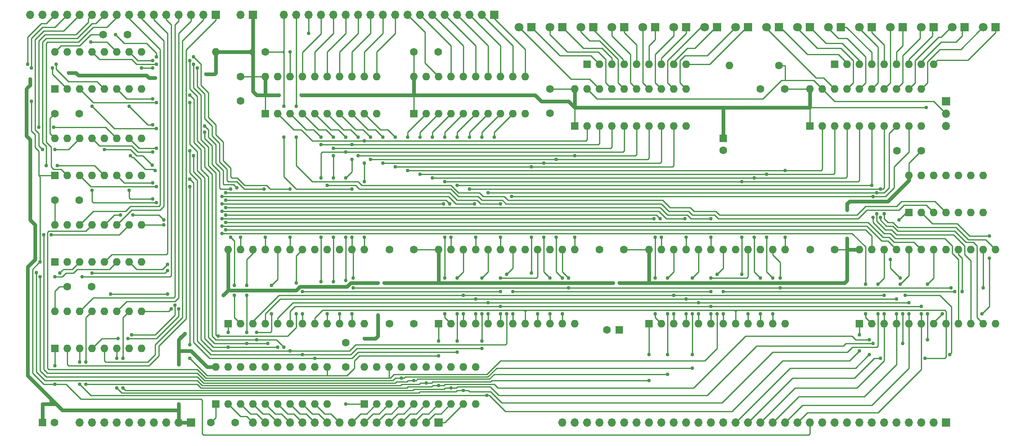
<source format=gtl>
G04 #@! TF.GenerationSoftware,KiCad,Pcbnew,(5.1.5)-3*
G04 #@! TF.CreationDate,2022-12-08T21:20:14-08:00*
G04 #@! TF.ProjectId,alu,616c752e-6b69-4636-9164-5f7063625858,rev?*
G04 #@! TF.SameCoordinates,Original*
G04 #@! TF.FileFunction,Copper,L1,Top*
G04 #@! TF.FilePolarity,Positive*
%FSLAX46Y46*%
G04 Gerber Fmt 4.6, Leading zero omitted, Abs format (unit mm)*
G04 Created by KiCad (PCBNEW (5.1.5)-3) date 2022-12-08 21:20:14*
%MOMM*%
%LPD*%
G04 APERTURE LIST*
%ADD10O,1.600000X1.600000*%
%ADD11R,1.600000X1.600000*%
%ADD12O,1.700000X1.700000*%
%ADD13R,1.700000X1.700000*%
%ADD14C,1.600000*%
%ADD15C,1.800000*%
%ADD16R,1.800000X1.800000*%
%ADD17C,0.762000*%
%ADD18C,0.254000*%
%ADD19C,0.762000*%
G04 APERTURE END LIST*
D10*
X236220000Y-91440000D03*
X251460000Y-99060000D03*
X238760000Y-91440000D03*
X248920000Y-99060000D03*
X241300000Y-91440000D03*
X246380000Y-99060000D03*
X243840000Y-91440000D03*
X243840000Y-99060000D03*
X246380000Y-91440000D03*
X241300000Y-99060000D03*
X248920000Y-91440000D03*
X238760000Y-99060000D03*
X251460000Y-91440000D03*
D11*
X236220000Y-99060000D03*
D12*
X243840000Y-81280000D03*
X243840000Y-78740000D03*
D13*
X243840000Y-76200000D03*
D10*
X104140000Y-71120000D03*
X127000000Y-78740000D03*
X106680000Y-71120000D03*
X124460000Y-78740000D03*
X109220000Y-71120000D03*
X121920000Y-78740000D03*
X111760000Y-71120000D03*
X119380000Y-78740000D03*
X114300000Y-71120000D03*
X116840000Y-78740000D03*
X116840000Y-71120000D03*
X114300000Y-78740000D03*
X119380000Y-71120000D03*
X111760000Y-78740000D03*
X121920000Y-71120000D03*
X109220000Y-78740000D03*
X124460000Y-71120000D03*
X106680000Y-78740000D03*
X127000000Y-71120000D03*
D11*
X104140000Y-78740000D03*
D10*
X134620000Y-71120000D03*
X157480000Y-78740000D03*
X137160000Y-71120000D03*
X154940000Y-78740000D03*
X139700000Y-71120000D03*
X152400000Y-78740000D03*
X142240000Y-71120000D03*
X149860000Y-78740000D03*
X144780000Y-71120000D03*
X147320000Y-78740000D03*
X147320000Y-71120000D03*
X144780000Y-78740000D03*
X149860000Y-71120000D03*
X142240000Y-78740000D03*
X152400000Y-71120000D03*
X139700000Y-78740000D03*
X154940000Y-71120000D03*
X137160000Y-78740000D03*
X157480000Y-71120000D03*
D11*
X134620000Y-78740000D03*
D14*
X99060000Y-76120000D03*
X99060000Y-71120000D03*
X139620000Y-66040000D03*
X134620000Y-66040000D03*
D12*
X99060000Y-58420000D03*
D13*
X101600000Y-58420000D03*
D10*
X199390000Y-68834000D03*
D14*
X209550000Y-68834000D03*
D10*
X124460000Y-130810000D03*
X147320000Y-138430000D03*
X127000000Y-130810000D03*
X144780000Y-138430000D03*
X129540000Y-130810000D03*
X142240000Y-138430000D03*
X132080000Y-130810000D03*
X139700000Y-138430000D03*
X134620000Y-130810000D03*
X137160000Y-138430000D03*
X137160000Y-130810000D03*
X134620000Y-138430000D03*
X139700000Y-130810000D03*
X132080000Y-138430000D03*
X142240000Y-130810000D03*
X129540000Y-138430000D03*
X144780000Y-130810000D03*
X127000000Y-138430000D03*
X147320000Y-130810000D03*
D11*
X124460000Y-138430000D03*
D10*
X93980000Y-130810000D03*
X116840000Y-138430000D03*
X96520000Y-130810000D03*
X114300000Y-138430000D03*
X99060000Y-130810000D03*
X111760000Y-138430000D03*
X101600000Y-130810000D03*
X109220000Y-138430000D03*
X104140000Y-130810000D03*
X106680000Y-138430000D03*
X106680000Y-130810000D03*
X104140000Y-138430000D03*
X109220000Y-130810000D03*
X101600000Y-138430000D03*
X111760000Y-130810000D03*
X99060000Y-138430000D03*
X114300000Y-130810000D03*
X96520000Y-138430000D03*
X116840000Y-130810000D03*
D11*
X93980000Y-138430000D03*
D14*
X120650000Y-125810000D03*
X120650000Y-130810000D03*
X97964000Y-142240000D03*
X92964000Y-142240000D03*
D13*
X88900000Y-142240000D03*
D12*
X86360000Y-142240000D03*
X83820000Y-142240000D03*
X81280000Y-142240000D03*
X78740000Y-142240000D03*
X76200000Y-142240000D03*
X73660000Y-142240000D03*
X71120000Y-142240000D03*
X68580000Y-142240000D03*
X66040000Y-142240000D03*
D13*
X139700000Y-142240000D03*
D12*
X137160000Y-142240000D03*
X134620000Y-142240000D03*
X132080000Y-142240000D03*
X129540000Y-142240000D03*
X127000000Y-142240000D03*
X124460000Y-142240000D03*
X121920000Y-142240000D03*
X119380000Y-142240000D03*
X116840000Y-142240000D03*
X114300000Y-142240000D03*
X111760000Y-142240000D03*
X109220000Y-142240000D03*
X106680000Y-142240000D03*
X104140000Y-142240000D03*
X101600000Y-142240000D03*
X165100000Y-142240000D03*
X167640000Y-142240000D03*
X170180000Y-142240000D03*
X172720000Y-142240000D03*
X175260000Y-142240000D03*
X177800000Y-142240000D03*
X180340000Y-142240000D03*
X182880000Y-142240000D03*
X185420000Y-142240000D03*
X187960000Y-142240000D03*
X190500000Y-142240000D03*
X193040000Y-142240000D03*
X195580000Y-142240000D03*
X198120000Y-142240000D03*
X200660000Y-142240000D03*
X203200000Y-142240000D03*
X205740000Y-142240000D03*
X208280000Y-142240000D03*
X210820000Y-142240000D03*
X213360000Y-142240000D03*
X215900000Y-142240000D03*
X218440000Y-142240000D03*
X220980000Y-142240000D03*
X223520000Y-142240000D03*
X226060000Y-142240000D03*
X228600000Y-142240000D03*
X231140000Y-142240000D03*
X233680000Y-142240000D03*
X236220000Y-142240000D03*
X238760000Y-142240000D03*
X241300000Y-142240000D03*
D13*
X243840000Y-142240000D03*
D15*
X156210000Y-60960000D03*
D16*
X158750000Y-60960000D03*
D15*
X162560000Y-60960000D03*
D16*
X165100000Y-60960000D03*
D15*
X168910000Y-60960000D03*
D16*
X171450000Y-60960000D03*
D15*
X175260000Y-60960000D03*
D16*
X177800000Y-60960000D03*
D15*
X181610000Y-60960000D03*
D16*
X184150000Y-60960000D03*
D15*
X187960000Y-60960000D03*
D16*
X190500000Y-60960000D03*
D15*
X194310000Y-60960000D03*
D16*
X196850000Y-60960000D03*
D15*
X200660000Y-60960000D03*
D16*
X203200000Y-60960000D03*
D15*
X207010000Y-60960000D03*
D16*
X209550000Y-60960000D03*
D15*
X213360000Y-60960000D03*
D16*
X215900000Y-60960000D03*
D15*
X219710000Y-60960000D03*
D16*
X222250000Y-60960000D03*
D15*
X226060000Y-60960000D03*
D16*
X228600000Y-60960000D03*
D15*
X232410000Y-60960000D03*
D16*
X234950000Y-60960000D03*
D15*
X238760000Y-60960000D03*
D16*
X241300000Y-60960000D03*
D15*
X245110000Y-60960000D03*
D16*
X247650000Y-60960000D03*
D15*
X251460000Y-60960000D03*
D16*
X254000000Y-60960000D03*
D14*
X174284000Y-123190000D03*
D11*
X176784000Y-123190000D03*
D14*
X198120000Y-86320000D03*
D11*
X198120000Y-83820000D03*
D14*
X60920000Y-142240000D03*
D11*
X58420000Y-142240000D03*
D10*
X96520000Y-106680000D03*
X124460000Y-121920000D03*
X99060000Y-106680000D03*
X121920000Y-121920000D03*
X101600000Y-106680000D03*
X119380000Y-121920000D03*
X104140000Y-106680000D03*
X116840000Y-121920000D03*
X106680000Y-106680000D03*
X114300000Y-121920000D03*
X109220000Y-106680000D03*
X111760000Y-121920000D03*
X111760000Y-106680000D03*
X109220000Y-121920000D03*
X114300000Y-106680000D03*
X106680000Y-121920000D03*
X116840000Y-106680000D03*
X104140000Y-121920000D03*
X119380000Y-106680000D03*
X101600000Y-121920000D03*
X121920000Y-106680000D03*
X99060000Y-121920000D03*
X124460000Y-106680000D03*
D11*
X96520000Y-121920000D03*
D10*
X60960000Y-66040000D03*
X78740000Y-73660000D03*
X63500000Y-66040000D03*
X76200000Y-73660000D03*
X66040000Y-66040000D03*
X73660000Y-73660000D03*
X68580000Y-66040000D03*
X71120000Y-73660000D03*
X71120000Y-66040000D03*
X68580000Y-73660000D03*
X73660000Y-66040000D03*
X66040000Y-73660000D03*
X76200000Y-66040000D03*
X63500000Y-73660000D03*
X78740000Y-66040000D03*
D11*
X60960000Y-73660000D03*
D10*
X60960000Y-101600000D03*
X78740000Y-109220000D03*
X63500000Y-101600000D03*
X76200000Y-109220000D03*
X66040000Y-101600000D03*
X73660000Y-109220000D03*
X68580000Y-101600000D03*
X71120000Y-109220000D03*
X71120000Y-101600000D03*
X68580000Y-109220000D03*
X73660000Y-101600000D03*
X66040000Y-109220000D03*
X76200000Y-101600000D03*
X63500000Y-109220000D03*
X78740000Y-101600000D03*
D11*
X60960000Y-109220000D03*
D10*
X60960000Y-83820000D03*
X78740000Y-91440000D03*
X63500000Y-83820000D03*
X76200000Y-91440000D03*
X66040000Y-83820000D03*
X73660000Y-91440000D03*
X68580000Y-83820000D03*
X71120000Y-91440000D03*
X71120000Y-83820000D03*
X68580000Y-91440000D03*
X73660000Y-83820000D03*
X66040000Y-91440000D03*
X76200000Y-83820000D03*
X63500000Y-91440000D03*
X78740000Y-83820000D03*
D11*
X60960000Y-91440000D03*
D10*
X60960000Y-119380000D03*
X78740000Y-127000000D03*
X63500000Y-119380000D03*
X76200000Y-127000000D03*
X66040000Y-119380000D03*
X73660000Y-127000000D03*
X68580000Y-119380000D03*
X71120000Y-127000000D03*
X71120000Y-119380000D03*
X68580000Y-127000000D03*
X73660000Y-119380000D03*
X66040000Y-127000000D03*
X76200000Y-119380000D03*
X63500000Y-127000000D03*
X78740000Y-119380000D03*
D11*
X60960000Y-127000000D03*
D10*
X139700000Y-106680000D03*
X167640000Y-121920000D03*
X142240000Y-106680000D03*
X165100000Y-121920000D03*
X144780000Y-106680000D03*
X162560000Y-121920000D03*
X147320000Y-106680000D03*
X160020000Y-121920000D03*
X149860000Y-106680000D03*
X157480000Y-121920000D03*
X152400000Y-106680000D03*
X154940000Y-121920000D03*
X154940000Y-106680000D03*
X152400000Y-121920000D03*
X157480000Y-106680000D03*
X149860000Y-121920000D03*
X160020000Y-106680000D03*
X147320000Y-121920000D03*
X162560000Y-106680000D03*
X144780000Y-121920000D03*
X165100000Y-106680000D03*
X142240000Y-121920000D03*
X167640000Y-106680000D03*
D11*
X139700000Y-121920000D03*
D10*
X182880000Y-106680000D03*
X210820000Y-121920000D03*
X185420000Y-106680000D03*
X208280000Y-121920000D03*
X187960000Y-106680000D03*
X205740000Y-121920000D03*
X190500000Y-106680000D03*
X203200000Y-121920000D03*
X193040000Y-106680000D03*
X200660000Y-121920000D03*
X195580000Y-106680000D03*
X198120000Y-121920000D03*
X198120000Y-106680000D03*
X195580000Y-121920000D03*
X200660000Y-106680000D03*
X193040000Y-121920000D03*
X203200000Y-106680000D03*
X190500000Y-121920000D03*
X205740000Y-106680000D03*
X187960000Y-121920000D03*
X208280000Y-106680000D03*
X185420000Y-121920000D03*
X210820000Y-106680000D03*
D11*
X182880000Y-121920000D03*
D10*
X226060000Y-106680000D03*
X254000000Y-121920000D03*
X228600000Y-106680000D03*
X251460000Y-121920000D03*
X231140000Y-106680000D03*
X248920000Y-121920000D03*
X233680000Y-106680000D03*
X246380000Y-121920000D03*
X236220000Y-106680000D03*
X243840000Y-121920000D03*
X238760000Y-106680000D03*
X241300000Y-121920000D03*
X241300000Y-106680000D03*
X238760000Y-121920000D03*
X243840000Y-106680000D03*
X236220000Y-121920000D03*
X246380000Y-106680000D03*
X233680000Y-121920000D03*
X248920000Y-106680000D03*
X231140000Y-121920000D03*
X251460000Y-106680000D03*
X228600000Y-121920000D03*
X254000000Y-106680000D03*
D11*
X226060000Y-121920000D03*
D10*
X241300000Y-68580000D03*
X238760000Y-68580000D03*
X236220000Y-68580000D03*
X233680000Y-68580000D03*
X231140000Y-68580000D03*
X228600000Y-68580000D03*
X226060000Y-68580000D03*
X223520000Y-68580000D03*
D11*
X220980000Y-68580000D03*
D10*
X190500000Y-68580000D03*
X187960000Y-68580000D03*
X185420000Y-68580000D03*
X182880000Y-68580000D03*
X180340000Y-68580000D03*
X177800000Y-68580000D03*
X175260000Y-68580000D03*
X172720000Y-68580000D03*
D11*
X170180000Y-68580000D03*
D10*
X93980000Y-66040000D03*
D14*
X104140000Y-66040000D03*
D12*
X107950000Y-58420000D03*
X110490000Y-58420000D03*
X113030000Y-58420000D03*
X115570000Y-58420000D03*
X118110000Y-58420000D03*
X120650000Y-58420000D03*
X123190000Y-58420000D03*
X125730000Y-58420000D03*
X128270000Y-58420000D03*
X130810000Y-58420000D03*
X133350000Y-58420000D03*
X135890000Y-58420000D03*
X138430000Y-58420000D03*
X140970000Y-58420000D03*
X143510000Y-58420000D03*
X146050000Y-58420000D03*
X148590000Y-58420000D03*
D13*
X151130000Y-58420000D03*
D14*
X75866000Y-62484000D03*
X70866000Y-62484000D03*
X65960000Y-96520000D03*
X60960000Y-96520000D03*
X129620000Y-121920000D03*
X134620000Y-121920000D03*
X68500000Y-114300000D03*
X63500000Y-114300000D03*
X65960000Y-78740000D03*
X60960000Y-78740000D03*
X205740000Y-73660000D03*
X210740000Y-73660000D03*
X129620000Y-106680000D03*
X134620000Y-106680000D03*
X162560000Y-78660000D03*
X162560000Y-73660000D03*
X172720000Y-106680000D03*
X177720000Y-106680000D03*
X215980000Y-106680000D03*
X220980000Y-106680000D03*
X233760000Y-86360000D03*
X238760000Y-86360000D03*
D11*
X215900000Y-81280000D03*
D10*
X238760000Y-73660000D03*
X218440000Y-81280000D03*
X236220000Y-73660000D03*
X220980000Y-81280000D03*
X233680000Y-73660000D03*
X223520000Y-81280000D03*
X231140000Y-73660000D03*
X226060000Y-81280000D03*
X228600000Y-73660000D03*
X228600000Y-81280000D03*
X226060000Y-73660000D03*
X231140000Y-81280000D03*
X223520000Y-73660000D03*
X233680000Y-81280000D03*
X220980000Y-73660000D03*
X236220000Y-81280000D03*
X218440000Y-73660000D03*
X238760000Y-81280000D03*
X215900000Y-73660000D03*
D11*
X167640000Y-81280000D03*
D10*
X190500000Y-73660000D03*
X170180000Y-81280000D03*
X187960000Y-73660000D03*
X172720000Y-81280000D03*
X185420000Y-73660000D03*
X175260000Y-81280000D03*
X182880000Y-73660000D03*
X177800000Y-81280000D03*
X180340000Y-73660000D03*
X180340000Y-81280000D03*
X177800000Y-73660000D03*
X182880000Y-81280000D03*
X175260000Y-73660000D03*
X185420000Y-81280000D03*
X172720000Y-73660000D03*
X187960000Y-81280000D03*
X170180000Y-73660000D03*
X190500000Y-81280000D03*
X167640000Y-73660000D03*
D12*
X55880000Y-58420000D03*
X58420000Y-58420000D03*
X60960000Y-58420000D03*
X63500000Y-58420000D03*
X66040000Y-58420000D03*
X68580000Y-58420000D03*
X71120000Y-58420000D03*
X73660000Y-58420000D03*
X76200000Y-58420000D03*
X78740000Y-58420000D03*
X81280000Y-58420000D03*
X83820000Y-58420000D03*
X86360000Y-58420000D03*
X88900000Y-58420000D03*
X91440000Y-58420000D03*
D13*
X93980000Y-58420000D03*
D17*
X198120000Y-119888000D03*
X198120000Y-115316000D03*
X245618000Y-115316000D03*
X247142000Y-115316000D03*
X154940000Y-119888000D03*
X154940000Y-115316000D03*
X195580000Y-115316000D03*
X195580000Y-112522000D03*
X111760000Y-119888000D03*
X111760000Y-115316000D03*
X152400000Y-115316000D03*
X152400000Y-112522000D03*
X96520000Y-115062000D03*
X223520000Y-104394000D03*
X87630000Y-123951990D03*
X134620000Y-113538000D03*
X55372000Y-119380000D03*
X55880000Y-84073982D03*
X56896012Y-101600000D03*
X55880028Y-71628000D03*
X55372000Y-120650000D03*
X56896012Y-102870014D03*
X55880000Y-85598000D03*
X55880000Y-72898000D03*
X223520000Y-105664000D03*
X95504000Y-116077996D03*
X176784000Y-113538000D03*
X175514000Y-113538000D03*
X86359996Y-138430000D03*
X86360000Y-139700000D03*
X86741000Y-124841000D03*
X86360000Y-130302000D03*
X86360000Y-129032000D03*
X127254000Y-121412000D03*
X127254000Y-120142000D03*
X124460000Y-124968000D03*
X125730000Y-124968000D03*
X128524006Y-113538000D03*
X127254000Y-113538000D03*
X120650000Y-138430000D03*
X223520000Y-97282006D03*
X223520000Y-98552000D03*
X91948000Y-70612000D03*
X93218000Y-70612000D03*
X63753988Y-70358000D03*
X65278042Y-70358000D03*
X80264000Y-71374000D03*
X81534000Y-71374000D03*
X239776000Y-77470000D03*
X111506000Y-74930000D03*
X112776000Y-74930000D03*
X105664000Y-74930000D03*
X106934000Y-74930000D03*
X68326000Y-64008001D03*
X55372000Y-68580000D03*
X61214000Y-68580000D03*
X60452000Y-69342000D03*
X56134000Y-69342000D03*
X58420000Y-86106000D03*
X60959994Y-86106000D03*
X57658000Y-81534000D03*
X60706000Y-81534000D03*
X61468000Y-89408000D03*
X59182000Y-89408012D03*
X66548000Y-112268000D03*
X122173964Y-114554000D03*
X244856000Y-114554000D03*
X209804000Y-112522000D03*
X209804000Y-114554000D03*
X166370000Y-112522000D03*
X166370000Y-114554000D03*
X122174000Y-112522000D03*
X121920000Y-104140000D03*
X121920000Y-94234000D03*
X251459990Y-114554000D03*
X107950000Y-83566000D03*
X107950000Y-77215988D03*
X110490000Y-83566000D03*
X110490000Y-77216000D03*
X124460000Y-104140000D03*
X124460000Y-84328000D03*
X124460000Y-88899990D03*
X124460000Y-92710000D03*
X120650000Y-104140000D03*
X121920000Y-119888000D03*
X120650000Y-113030000D03*
X115570000Y-83566000D03*
X115570000Y-85090000D03*
X121920000Y-85090000D03*
X121920000Y-88138000D03*
X120650000Y-91948000D03*
X118110000Y-104140000D03*
X119380000Y-119888000D03*
X118110000Y-113284012D03*
X118109992Y-85852000D03*
X118110000Y-83565980D03*
X118110000Y-87376000D03*
X118110000Y-91948000D03*
X115570000Y-104140000D03*
X116840000Y-119888000D03*
X115570000Y-113284000D03*
X120650000Y-86614000D03*
X120650000Y-83566000D03*
X115570000Y-91948000D03*
X167640000Y-104140000D03*
X167640000Y-87376000D03*
X123190000Y-83566000D03*
X123190000Y-87376000D03*
X163830000Y-104140000D03*
X163830000Y-88138000D03*
X165100000Y-119888000D03*
X165100000Y-112522000D03*
X125730000Y-83566000D03*
X125730000Y-88138000D03*
X161290000Y-104140000D03*
X161290000Y-88900000D03*
X162560000Y-119888000D03*
X162559986Y-112522000D03*
X128270000Y-83566000D03*
X128270000Y-88900012D03*
X158750000Y-104140000D03*
X158750000Y-89662000D03*
X160020000Y-119888000D03*
X158750000Y-111506000D03*
X130810000Y-83566000D03*
X130810000Y-89662000D03*
X210820000Y-104140000D03*
X210820000Y-90424000D03*
X133350000Y-83566000D03*
X133350000Y-90424000D03*
X207010000Y-104140000D03*
X207010000Y-91186000D03*
X208280000Y-119888000D03*
X208280000Y-112522000D03*
X135889988Y-83566000D03*
X135890000Y-91186000D03*
X204470000Y-104140000D03*
X204470000Y-91948000D03*
X205740000Y-119888000D03*
X205740000Y-112522000D03*
X138430000Y-83566000D03*
X138430000Y-91948000D03*
X201930000Y-104140000D03*
X201930000Y-92710000D03*
X203200000Y-119888000D03*
X201930000Y-111760000D03*
X140970000Y-83566000D03*
X140970000Y-92710000D03*
X228600000Y-93472000D03*
X143510000Y-83566000D03*
X143510000Y-93472006D03*
X231140000Y-99314000D03*
X230378000Y-94234000D03*
X146050000Y-83566004D03*
X146049992Y-94234000D03*
X230378000Y-100076000D03*
X229616000Y-94996000D03*
X148590000Y-83566000D03*
X149860000Y-94996000D03*
X229616000Y-99314000D03*
X228854000Y-95758000D03*
X151130000Y-83566000D03*
X228854000Y-100076000D03*
X154686000Y-95758000D03*
X144780000Y-119888000D03*
X144780000Y-116078000D03*
X187960000Y-119888000D03*
X187960000Y-116078000D03*
X231140000Y-119888000D03*
X231140000Y-116078000D03*
X60960000Y-134366000D03*
X60960000Y-130556000D03*
X57912000Y-109220000D03*
X56134000Y-76200000D03*
X152400000Y-119888000D03*
X152400000Y-118364000D03*
X195580000Y-119888000D03*
X195580000Y-118364000D03*
X238760000Y-119888000D03*
X238760000Y-118364000D03*
X230378000Y-129032000D03*
X239522000Y-129032000D03*
X244602000Y-128270000D03*
X235458000Y-116078000D03*
X234442000Y-112522000D03*
X232410000Y-108712000D03*
X234188000Y-100584000D03*
X228092016Y-128270000D03*
X149860000Y-119888000D03*
X149860000Y-117602000D03*
X193040000Y-119888000D03*
X193040000Y-117602000D03*
X236220000Y-119888000D03*
X236220000Y-117602000D03*
X147320000Y-119888000D03*
X147320000Y-116840000D03*
X190500000Y-119888000D03*
X190500000Y-116840000D03*
X233680000Y-119888000D03*
X233680000Y-116840000D03*
X252730000Y-103886000D03*
X252730000Y-108458000D03*
X251206000Y-119888000D03*
X243078000Y-119888000D03*
X76708000Y-124206000D03*
X96012000Y-102616000D03*
X85598000Y-118110000D03*
X84836000Y-118872000D03*
X95250000Y-101854000D03*
X96012000Y-101092000D03*
X72390000Y-115824000D03*
X84074000Y-115824000D03*
X73914000Y-124968000D03*
X75946000Y-124968000D03*
X95250000Y-103378000D03*
X227330000Y-119888000D03*
X86360000Y-118872000D03*
X227330000Y-113792004D03*
X84074000Y-109728000D03*
X96012000Y-99568000D03*
X185420000Y-104140000D03*
X185166000Y-100336074D03*
X83312000Y-101600000D03*
X95250000Y-98806000D03*
X190500000Y-104140000D03*
X190246000Y-100330000D03*
X74422000Y-99568000D03*
X76962008Y-99568000D03*
X83312000Y-100584000D03*
X96012000Y-98044000D03*
X195580000Y-100330000D03*
X195580000Y-104140000D03*
X68580000Y-111506000D03*
X84074000Y-110998000D03*
X95250000Y-100330000D03*
X184150000Y-104140000D03*
X184150000Y-119888000D03*
X184150006Y-112522000D03*
X183895978Y-100330000D03*
X76200000Y-94488000D03*
X81026000Y-96266000D03*
X96012000Y-96520000D03*
X142240000Y-104140000D03*
X141986000Y-97282000D03*
X95250000Y-95758000D03*
X147320000Y-104140000D03*
X147066000Y-97282000D03*
X81534000Y-90424000D03*
X76454000Y-87376000D03*
X71120000Y-86106000D03*
X80991614Y-89356420D03*
X96012000Y-94996000D03*
X152400000Y-97282000D03*
X152400000Y-104140000D03*
X81788000Y-97028000D03*
X68580004Y-94488000D03*
X95250000Y-97282000D03*
X140970000Y-104140000D03*
X140970000Y-119888000D03*
X140970000Y-112521996D03*
X140716000Y-97282000D03*
X76200000Y-77216000D03*
X81026000Y-81026000D03*
X99060000Y-104140000D03*
X91694000Y-81280000D03*
X98291926Y-93980000D03*
X78740000Y-69342000D03*
X81026000Y-69342000D03*
X90170000Y-69342000D03*
X104140000Y-104140000D03*
X103886000Y-94234000D03*
X73406000Y-62484000D03*
X81788000Y-67056000D03*
X89408000Y-67056000D03*
X109220000Y-104140000D03*
X109220000Y-94234000D03*
X68580000Y-77216000D03*
X81788000Y-81788000D03*
X97028000Y-94234000D03*
X97028000Y-104140000D03*
X97790000Y-116078000D03*
X97790000Y-114046000D03*
X91694000Y-82550000D03*
X116840000Y-93472000D03*
X73660000Y-135128000D03*
X73660000Y-129032000D03*
X229870000Y-119888000D03*
X229870000Y-113791994D03*
X144780000Y-135636000D03*
X74930000Y-135128000D03*
X74930000Y-129032000D03*
X234950000Y-119888000D03*
X234950000Y-125984000D03*
X234442000Y-113792000D03*
X228854010Y-125983990D03*
X142240000Y-135128000D03*
X67310000Y-134366000D03*
X67310000Y-129794000D03*
X240030000Y-119888000D03*
X228092000Y-125222000D03*
X240030000Y-125222000D03*
X240030000Y-113792000D03*
X139700000Y-134620000D03*
X66040000Y-134366000D03*
X66040000Y-129794000D03*
X226060002Y-124206000D03*
X226060000Y-127508000D03*
X149606000Y-136651994D03*
X186690000Y-119888000D03*
X186690000Y-112522000D03*
X60960000Y-112268000D03*
X57912000Y-112268000D03*
X134620000Y-133604000D03*
X186690000Y-132334000D03*
X186690000Y-128270000D03*
X191770000Y-119888000D03*
X191770000Y-112522000D03*
X58673992Y-103632000D03*
X60198000Y-103632000D03*
X132080000Y-133096000D03*
X191770000Y-128270000D03*
X191770000Y-131063998D03*
X196850000Y-119888000D03*
X196850000Y-111760000D03*
X61976006Y-111506000D03*
X57150000Y-111454412D03*
X137160000Y-134112000D03*
X182880000Y-133604000D03*
X182880000Y-128270000D03*
X81026000Y-92964000D03*
X88646000Y-92201992D03*
X143510010Y-119887990D03*
X143510000Y-112522000D03*
X114300000Y-129032000D03*
X143510000Y-127762000D03*
X143510000Y-125476000D03*
X81788000Y-85852000D03*
X148590000Y-119888000D03*
X148590000Y-112522000D03*
X88646000Y-86360000D03*
X111760000Y-128270000D03*
X148590000Y-127000000D03*
X148590000Y-125476000D03*
X81026000Y-86614000D03*
X153670000Y-119888000D03*
X153670010Y-111760000D03*
X89408000Y-87376000D03*
X109220000Y-127508000D03*
X88646000Y-93726000D03*
X81788000Y-93726000D03*
X139700000Y-128524000D03*
X139700000Y-125476000D03*
X88646000Y-129032000D03*
X88646000Y-126237982D03*
X81026000Y-75692000D03*
X88646000Y-74930028D03*
X100330000Y-116078000D03*
X100330000Y-114046000D03*
X100330000Y-123698000D03*
X100330000Y-125984000D03*
X104648000Y-125984000D03*
X88646000Y-67818000D03*
X81026000Y-67818000D03*
X105410000Y-119888000D03*
X105410000Y-114046000D03*
X102362000Y-123698000D03*
X102362000Y-125222000D03*
X107950000Y-126746000D03*
X81788000Y-68580000D03*
X89408000Y-68580000D03*
X110490000Y-119888000D03*
X110490000Y-113537978D03*
X94488000Y-124460000D03*
X88646000Y-76454000D03*
X81788000Y-76454000D03*
X96520000Y-123698000D03*
X96520000Y-126746000D03*
X106680000Y-126746000D03*
X113030000Y-62230004D03*
X109220000Y-66040020D03*
D18*
X248333999Y-67780001D02*
X254000000Y-62114000D01*
X241300000Y-68580000D02*
X242099999Y-67780001D01*
X242099999Y-67780001D02*
X248333999Y-67780001D01*
X254000000Y-62114000D02*
X254000000Y-60960000D01*
X247142000Y-61722000D02*
X247904000Y-60960000D01*
X238760000Y-68072000D02*
X242824000Y-64008000D01*
X238760000Y-68580000D02*
X238760000Y-68072000D01*
X247142000Y-62738000D02*
X247142000Y-61722000D01*
X242824000Y-64008000D02*
X245872000Y-64008000D01*
X245872000Y-64008000D02*
X247142000Y-62738000D01*
X241046000Y-62738000D02*
X241046000Y-60960000D01*
X236220000Y-68580000D02*
X236220000Y-67564000D01*
X236220000Y-67564000D02*
X241046000Y-62738000D01*
X234950000Y-64770000D02*
X234950000Y-60706000D01*
X233680000Y-68580000D02*
X233680000Y-66040000D01*
X233680000Y-66040000D02*
X234950000Y-64770000D01*
X231140000Y-68326000D02*
X231394000Y-68580000D01*
X228600000Y-60960000D02*
X228600000Y-62114000D01*
X231140000Y-64654000D02*
X231140000Y-68326000D01*
X228600000Y-62114000D02*
X231140000Y-64654000D01*
X223404000Y-60960000D02*
X228600000Y-66156000D01*
X222250000Y-60960000D02*
X223404000Y-60960000D01*
X228600000Y-66156000D02*
X228600000Y-68834000D01*
X226060000Y-67818000D02*
X226060000Y-68580000D01*
X222504000Y-64262000D02*
X226060000Y-67818000D01*
X215900000Y-60960000D02*
X219202000Y-64262000D01*
X219202000Y-64262000D02*
X222504000Y-64262000D01*
X215392000Y-66548000D02*
X210058000Y-61214000D01*
X221742000Y-66548000D02*
X215392000Y-66548000D01*
X223520000Y-68580000D02*
X223520000Y-68326000D01*
X223520000Y-68326000D02*
X221742000Y-66548000D01*
X190500000Y-68580000D02*
X195326000Y-68580000D01*
X195326000Y-68580000D02*
X202946000Y-60960000D01*
X202946000Y-60960000D02*
X203200000Y-61214000D01*
X195834000Y-61722000D02*
X196596000Y-60960000D01*
X192278000Y-65278000D02*
X195834000Y-61722000D01*
X190754000Y-65278000D02*
X192278000Y-65278000D01*
X187960000Y-68580000D02*
X187960000Y-68072000D01*
X187960000Y-68072000D02*
X190754000Y-65278000D01*
X190500000Y-61214000D02*
X190500000Y-60706000D01*
X190500000Y-62230000D02*
X190500000Y-61214000D01*
X185420000Y-68580000D02*
X185420000Y-67310000D01*
X185420000Y-67310000D02*
X190500000Y-62230000D01*
X182880000Y-64770000D02*
X182880000Y-68326000D01*
X184150000Y-60960000D02*
X184150000Y-63500000D01*
X184150000Y-63500000D02*
X182880000Y-64770000D01*
X180340000Y-64654000D02*
X180340000Y-67448630D01*
X177800000Y-60960000D02*
X177800000Y-62114000D01*
X177800000Y-62114000D02*
X180340000Y-64654000D01*
X180340000Y-67448630D02*
X180340000Y-68580000D01*
X177546000Y-68326000D02*
X177800000Y-68580000D01*
X177546000Y-67564000D02*
X177546000Y-68326000D01*
X171450000Y-60960000D02*
X171450000Y-61468000D01*
X171450000Y-61468000D02*
X177546000Y-67564000D01*
X169418000Y-65278000D02*
X165100000Y-60960000D01*
X173228000Y-65278000D02*
X169418000Y-65278000D01*
X175260000Y-68580000D02*
X175260000Y-67310000D01*
X175260000Y-67310000D02*
X173228000Y-65278000D01*
X170942000Y-66802000D02*
X171920001Y-67780001D01*
X171920001Y-67780001D02*
X172720000Y-68580000D01*
X158750000Y-60960000D02*
X164592000Y-66802000D01*
X164592000Y-66802000D02*
X170942000Y-66802000D01*
X198120000Y-121920000D02*
X198120000Y-119888000D01*
X198120000Y-115316000D02*
X245618000Y-115316000D01*
X246380000Y-107696000D02*
X246380000Y-106680000D01*
X247142000Y-115316000D02*
X247142000Y-108458000D01*
X247142000Y-108458000D02*
X246380000Y-107696000D01*
X154940000Y-121920000D02*
X154940000Y-119888000D01*
X154940000Y-115316000D02*
X195580000Y-115316000D01*
X202946000Y-112522000D02*
X195580000Y-112522000D01*
X203200000Y-106680000D02*
X203200000Y-112268000D01*
X203200000Y-112268000D02*
X202946000Y-112522000D01*
X111760000Y-121920000D02*
X111760000Y-119888000D01*
X111760000Y-115316000D02*
X152400000Y-115316000D01*
X152400000Y-115316000D02*
X152400000Y-115316000D01*
X159766000Y-112522000D02*
X152908000Y-112522000D01*
X152908000Y-112522000D02*
X152400000Y-112522000D01*
X160020000Y-106680000D02*
X160020000Y-112268000D01*
X160020000Y-112268000D02*
X159766000Y-112522000D01*
D19*
X223520000Y-104394000D02*
X223520000Y-104394000D01*
X223012000Y-113538000D02*
X223520000Y-113030000D01*
X167640000Y-77470000D02*
X167640000Y-73660000D01*
X226060000Y-106680000D02*
X223520000Y-106680000D01*
X223520000Y-113030000D02*
X223520000Y-106680000D01*
X182880000Y-106680000D02*
X182880000Y-113538000D01*
X182880000Y-113538000D02*
X223012000Y-113538000D01*
X139700000Y-106680000D02*
X139700000Y-113538000D01*
X139700000Y-113538000D02*
X175514000Y-113538000D01*
X96520000Y-106680000D02*
X96520000Y-115062000D01*
D18*
X220980000Y-106680000D02*
X223520000Y-106680000D01*
X182880000Y-106680000D02*
X177546000Y-106680000D01*
D19*
X134620000Y-113538000D02*
X139700000Y-113538000D01*
D18*
X134620000Y-106680000D02*
X139700000Y-106680000D01*
X162560000Y-73660000D02*
X167386000Y-73660000D01*
X167640000Y-77470000D02*
X167640000Y-81280000D01*
X60960000Y-101600000D02*
X60960000Y-96520000D01*
X61948894Y-114300000D02*
X60960000Y-115288894D01*
X63500000Y-114300000D02*
X61948894Y-114300000D01*
X60960000Y-115288894D02*
X60960000Y-119126000D01*
X60960000Y-119126000D02*
X60960000Y-119634000D01*
X60960000Y-78740000D02*
X60160001Y-79539999D01*
X60160001Y-79539999D02*
X59944000Y-79756000D01*
X59944000Y-79756000D02*
X59944000Y-82804000D01*
X59944000Y-82804000D02*
X60960000Y-83820000D01*
X62230000Y-64770000D02*
X60960000Y-66040000D01*
X66040000Y-64770000D02*
X62230000Y-64770000D01*
X70866000Y-62484000D02*
X68326000Y-62484000D01*
X68326000Y-62484000D02*
X66040000Y-64770000D01*
D19*
X56896012Y-108711988D02*
X56896012Y-101600000D01*
X55372000Y-119380000D02*
X55372000Y-110236000D01*
X55372000Y-110236000D02*
X56896012Y-108711988D01*
X55372000Y-119380000D02*
X55372000Y-132588000D01*
X56896012Y-101600000D02*
X55880000Y-100583988D01*
X55880000Y-100583988D02*
X55880000Y-85598000D01*
X55880000Y-84073982D02*
X55880000Y-85598000D01*
X55118000Y-73660000D02*
X55480001Y-73297999D01*
X55880028Y-71628000D02*
X55880028Y-72897972D01*
X55118000Y-83311982D02*
X55118000Y-73660000D01*
X55880000Y-84073982D02*
X55118000Y-83311982D01*
X55880028Y-72897972D02*
X55880000Y-72898000D01*
X55480001Y-73297999D02*
X55880000Y-72898000D01*
X223520000Y-104394000D02*
X223520000Y-105664000D01*
X223520000Y-106680000D02*
X223520000Y-105664000D01*
X95504004Y-116077996D02*
X95504000Y-116077996D01*
X96520000Y-115062000D02*
X95504004Y-116077996D01*
X176784000Y-113538000D02*
X182880000Y-113538000D01*
X60198000Y-138430000D02*
X60198000Y-137414000D01*
X60198000Y-137414000D02*
X61214000Y-138430000D01*
X55372000Y-132588000D02*
X60198000Y-137414000D01*
X60198000Y-138430000D02*
X61214000Y-138430000D01*
X59436000Y-138430000D02*
X60198000Y-138430000D01*
X213360000Y-77470000D02*
X200660000Y-77470000D01*
X200660000Y-77470000D02*
X167640000Y-77470000D01*
X86359996Y-139699996D02*
X86360000Y-139700000D01*
X61214000Y-138430000D02*
X62484000Y-139700000D01*
X86359996Y-138430000D02*
X86359996Y-139699996D01*
X62484000Y-139700000D02*
X85821185Y-139700000D01*
X85821185Y-139700000D02*
X86360000Y-139700000D01*
X87630000Y-123951990D02*
X87630000Y-123952000D01*
X87630000Y-123952000D02*
X86741000Y-124841000D01*
X86360000Y-129763185D02*
X86360000Y-130302000D01*
X87630000Y-123952000D02*
X86360000Y-125222000D01*
X86360000Y-139700000D02*
X86360000Y-142240000D01*
X86360000Y-142240000D02*
X88900000Y-142240000D01*
X127254000Y-120142000D02*
X127254000Y-124460000D01*
X127254000Y-124460000D02*
X126746000Y-124968000D01*
X126746000Y-124968000D02*
X124460000Y-124968000D01*
X134620000Y-113538000D02*
X128524006Y-113538000D01*
X120904000Y-114300000D02*
X121666000Y-113538000D01*
X110490000Y-115062000D02*
X111252000Y-114300000D01*
X111252000Y-114300000D02*
X120904000Y-114300000D01*
X96520000Y-115062000D02*
X110490000Y-115062000D01*
X126715185Y-113538000D02*
X127254000Y-113538000D01*
X121666000Y-113538000D02*
X126715185Y-113538000D01*
D18*
X120650000Y-138430000D02*
X124460000Y-138430000D01*
X92964000Y-142240000D02*
X93980000Y-141224000D01*
X93980000Y-141224000D02*
X93980000Y-138430000D01*
D19*
X58420000Y-140678000D02*
X58420000Y-138430000D01*
X58420000Y-142240000D02*
X58420000Y-140678000D01*
X58420000Y-138430000D02*
X59436000Y-138430000D01*
X86360000Y-125222000D02*
X86360000Y-127508000D01*
X86360000Y-127508000D02*
X86360000Y-129763185D01*
X88900000Y-127508000D02*
X86360000Y-127508000D01*
X93980000Y-130810000D02*
X92202000Y-130810000D01*
X92202000Y-130810000D02*
X88900000Y-127508000D01*
X213360000Y-77470000D02*
X215900000Y-77470000D01*
X215900000Y-77470000D02*
X215900000Y-73660000D01*
D18*
X215900000Y-81280000D02*
X215900000Y-77470000D01*
X213360000Y-73660000D02*
X210820000Y-73660000D01*
X213360000Y-73660000D02*
X215900000Y-73660000D01*
D19*
X97282000Y-66040000D02*
X98552000Y-66040000D01*
X93980000Y-66040000D02*
X97282000Y-66040000D01*
X101600000Y-65532000D02*
X101600000Y-66040000D01*
X101600000Y-58420000D02*
X101600000Y-65532000D01*
X101092000Y-66040000D02*
X97282000Y-66040000D01*
X101092000Y-66040000D02*
X101600000Y-65532000D01*
X101600000Y-66040000D02*
X101092000Y-66040000D01*
X101092000Y-66040000D02*
X101600000Y-66548000D01*
X101600000Y-66040000D02*
X101600000Y-66548000D01*
X91948000Y-70612000D02*
X93218000Y-70612000D01*
X93726000Y-70612000D02*
X93980000Y-70358000D01*
X93980000Y-70358000D02*
X93980000Y-66040000D01*
X93218000Y-70612000D02*
X93726000Y-70612000D01*
X63753988Y-70358000D02*
X65278042Y-70358000D01*
X80264000Y-71374000D02*
X81534000Y-71374000D01*
X79756000Y-70866000D02*
X79883001Y-70993001D01*
X79883001Y-70993001D02*
X80264000Y-71374000D01*
X65278042Y-70358000D02*
X65786042Y-70866000D01*
X65786042Y-70866000D02*
X79756000Y-70866000D01*
D18*
X215900000Y-77470000D02*
X239776000Y-77470000D01*
D19*
X167640000Y-77470000D02*
X166370000Y-76200000D01*
X159512000Y-74930000D02*
X160782000Y-76200000D01*
X166370000Y-76200000D02*
X160782000Y-76200000D01*
X101600000Y-66548000D02*
X101600000Y-74168000D01*
X101600000Y-74168000D02*
X102362000Y-74930000D01*
X104140000Y-74676000D02*
X104394000Y-74930000D01*
X104140000Y-71120000D02*
X104140000Y-74676000D01*
X134620000Y-71120000D02*
X134620000Y-74930000D01*
X134620000Y-74930000D02*
X159512000Y-74930000D01*
X198120000Y-83820000D02*
X198120000Y-77470000D01*
D18*
X104140000Y-75184000D02*
X103886000Y-74930000D01*
X104140000Y-78740000D02*
X104140000Y-75184000D01*
D19*
X102362000Y-74930000D02*
X103886000Y-74930000D01*
X103886000Y-74930000D02*
X104394000Y-74930000D01*
D18*
X99060000Y-71120000D02*
X104140000Y-71120000D01*
X134620000Y-77686000D02*
X134620000Y-74930000D01*
X134620000Y-78740000D02*
X134620000Y-77686000D01*
X134620000Y-71120000D02*
X134620000Y-66040000D01*
D19*
X231902000Y-96774000D02*
X235458000Y-93218000D01*
X224028000Y-96774000D02*
X231902000Y-96774000D01*
X223520000Y-98552000D02*
X223520000Y-97282000D01*
X223520000Y-97282000D02*
X224028000Y-96774000D01*
X235458000Y-93218000D02*
X236220000Y-92456000D01*
X236220000Y-92456000D02*
X236220000Y-91440000D01*
D18*
X238760000Y-86360000D02*
X236220000Y-88900000D01*
X236220000Y-88900000D02*
X236220000Y-91440000D01*
D19*
X111506000Y-74930000D02*
X112776000Y-74930000D01*
X112776000Y-74930000D02*
X134620000Y-74930000D01*
X104394000Y-74930000D02*
X105664000Y-74930000D01*
X105664000Y-74930000D02*
X106934000Y-74930000D01*
D18*
X250560001Y-61859999D02*
X251460000Y-60960000D01*
X240030000Y-72390000D02*
X240030000Y-68072000D01*
X238760000Y-73660000D02*
X240030000Y-72390000D01*
X240030000Y-68072000D02*
X242570000Y-65532000D01*
X242570000Y-65532000D02*
X246888000Y-65532000D01*
X246888000Y-65532000D02*
X250560001Y-61859999D01*
X242316000Y-62992000D02*
X242824000Y-62992000D01*
X242824000Y-62992000D02*
X244856000Y-60960000D01*
X237490000Y-67818000D02*
X242316000Y-62992000D01*
X236220000Y-73660000D02*
X237490000Y-72390000D01*
X237490000Y-72390000D02*
X237490000Y-67818000D01*
X238506000Y-63233300D02*
X238506000Y-61214000D01*
X233680000Y-73660000D02*
X234950000Y-72390000D01*
X234950000Y-66789300D02*
X238506000Y-63233300D01*
X234950000Y-72390000D02*
X234950000Y-66789300D01*
X232410000Y-72390000D02*
X232410000Y-60960000D01*
X231140000Y-73660000D02*
X232410000Y-72390000D01*
X229870000Y-65024000D02*
X226060000Y-61214000D01*
X228600000Y-73660000D02*
X229870000Y-72390000D01*
X229870000Y-72390000D02*
X229870000Y-65024000D01*
X221742000Y-63246000D02*
X219456000Y-60960000D01*
X223520000Y-63246000D02*
X221742000Y-63246000D01*
X227330000Y-67056000D02*
X223520000Y-63246000D01*
X226060000Y-73660000D02*
X227330000Y-72390000D01*
X227330000Y-72390000D02*
X227330000Y-67056000D01*
X217424000Y-65278000D02*
X213360000Y-61214000D01*
X224790000Y-67818000D02*
X222250000Y-65278000D01*
X223520000Y-73660000D02*
X224790000Y-72390000D01*
X222250000Y-65278000D02*
X217424000Y-65278000D01*
X224790000Y-72390000D02*
X224790000Y-67818000D01*
X217170000Y-71374000D02*
X206756000Y-60960000D01*
X220180001Y-72860001D02*
X218694000Y-71374000D01*
X220980000Y-73660000D02*
X220180001Y-72860001D01*
X218694000Y-71374000D02*
X217170000Y-71374000D01*
X194818000Y-66802000D02*
X200660000Y-60960000D01*
X190246000Y-66802000D02*
X194818000Y-66802000D01*
X189230000Y-67818000D02*
X190246000Y-66802000D01*
X190500000Y-73660000D02*
X189230000Y-72390000D01*
X189230000Y-72390000D02*
X189230000Y-67818000D01*
X193802000Y-60706000D02*
X194564000Y-60706000D01*
X187960000Y-73660000D02*
X186690000Y-72390000D01*
X186690000Y-67818000D02*
X193802000Y-60706000D01*
X186690000Y-72390000D02*
X186690000Y-67818000D01*
X187960000Y-62738000D02*
X187960000Y-60706000D01*
X184150000Y-66548000D02*
X187960000Y-62738000D01*
X185420000Y-73660000D02*
X184150000Y-72390000D01*
X184150000Y-72390000D02*
X184150000Y-66548000D01*
X181610000Y-72390000D02*
X182880000Y-73660000D01*
X181610000Y-60960000D02*
X181610000Y-72390000D01*
X179070000Y-72390000D02*
X180340000Y-73660000D01*
X179070000Y-66548000D02*
X179070000Y-72390000D01*
X175260000Y-60960000D02*
X175260000Y-62738000D01*
X175260000Y-62738000D02*
X179070000Y-66548000D01*
X176530000Y-72390000D02*
X177800000Y-73660000D01*
X168910000Y-61976000D02*
X170688000Y-63754000D01*
X170688000Y-63754000D02*
X172720000Y-63754000D01*
X168910000Y-60960000D02*
X168910000Y-61976000D01*
X176530000Y-67564000D02*
X176530000Y-72390000D01*
X172720000Y-63754000D02*
X176530000Y-67564000D01*
X173990000Y-72390000D02*
X173990000Y-67564000D01*
X172466000Y-66040000D02*
X166116000Y-66040000D01*
X175260000Y-73660000D02*
X173990000Y-72390000D01*
X162560000Y-62484000D02*
X162560000Y-60960000D01*
X173990000Y-67564000D02*
X172466000Y-66040000D01*
X166116000Y-66040000D02*
X162560000Y-62484000D01*
X170688000Y-71628000D02*
X172720000Y-73660000D01*
X156210000Y-60960000D02*
X166878000Y-71628000D01*
X166878000Y-71628000D02*
X170688000Y-71628000D01*
X71628001Y-64008001D02*
X68891685Y-64008001D01*
X68891685Y-64008001D02*
X68326000Y-64008001D01*
X73660000Y-66040000D02*
X71628001Y-64008001D01*
X55372000Y-62992000D02*
X55372000Y-68014315D01*
X60960000Y-58420000D02*
X59182000Y-60198000D01*
X58166000Y-60198000D02*
X55372000Y-62992000D01*
X59182000Y-60198000D02*
X58166000Y-60198000D01*
X55372000Y-68014315D02*
X55372000Y-68580000D01*
X61214000Y-69596000D02*
X61214000Y-68580000D01*
X63754000Y-72136000D02*
X61214000Y-69596000D01*
X71120000Y-73660000D02*
X69596000Y-72136000D01*
X69596000Y-72136000D02*
X63754000Y-72136000D01*
X63500000Y-73660000D02*
X60452000Y-70612000D01*
X60452000Y-70612000D02*
X60452000Y-69342000D01*
X56134000Y-63246000D02*
X56134000Y-68776315D01*
X56134000Y-68776315D02*
X56134000Y-69342000D01*
X60960000Y-60960000D02*
X58420000Y-60960000D01*
X63500000Y-58420000D02*
X60960000Y-60960000D01*
X58420000Y-60960000D02*
X56134000Y-63246000D01*
X66040000Y-83820000D02*
X63754000Y-86106000D01*
X63754000Y-86106000D02*
X60959994Y-86106000D01*
X58020001Y-85706001D02*
X58420000Y-86106000D01*
X57658000Y-85344000D02*
X58020001Y-85706001D01*
X57658000Y-82804000D02*
X57658000Y-85344000D01*
X58674000Y-61722000D02*
X56896000Y-63500000D01*
X66040000Y-58420000D02*
X62738000Y-61722000D01*
X56896000Y-63500000D02*
X56896000Y-82042000D01*
X62738000Y-61722000D02*
X58674000Y-61722000D01*
X56896000Y-82042000D02*
X57658000Y-82804000D01*
X57658000Y-63754000D02*
X57658000Y-81534000D01*
X67818000Y-59182000D02*
X67818000Y-59944000D01*
X68580000Y-58420000D02*
X67818000Y-59182000D01*
X67818000Y-59944000D02*
X65278000Y-62484000D01*
X65278000Y-62484000D02*
X58928000Y-62484000D01*
X58928000Y-62484000D02*
X57658000Y-63754000D01*
X71374000Y-81534000D02*
X60706000Y-81534000D01*
X73660000Y-83820000D02*
X71374000Y-81534000D01*
X71120000Y-91440000D02*
X69088000Y-89408000D01*
X69088000Y-89408000D02*
X61468000Y-89408000D01*
X59182000Y-88842327D02*
X59182000Y-89408012D01*
X58420000Y-64008000D02*
X58420000Y-84711981D01*
X59182000Y-85473981D02*
X59182000Y-88842327D01*
X71120000Y-58420000D02*
X69342000Y-60198000D01*
X69342000Y-60198000D02*
X68580000Y-60198000D01*
X68580000Y-60198000D02*
X65532000Y-63246000D01*
X65532000Y-63246000D02*
X59182000Y-63246000D01*
X58420000Y-84711981D02*
X59182000Y-85473981D01*
X59182000Y-63246000D02*
X58420000Y-64008000D01*
X62230000Y-90170000D02*
X63500000Y-91440000D01*
X68834000Y-60960000D02*
X65786000Y-64008000D01*
X59182000Y-84582000D02*
X60198000Y-85598000D01*
X71628000Y-60960000D02*
X68834000Y-60960000D01*
X60198000Y-89662000D02*
X60706000Y-90170000D01*
X73660000Y-58420000D02*
X73660000Y-58928000D01*
X73660000Y-58928000D02*
X71628000Y-60960000D01*
X59182000Y-64262000D02*
X59182000Y-84582000D01*
X65786000Y-64008000D02*
X59436000Y-64008000D01*
X59436000Y-64008000D02*
X59182000Y-64262000D01*
X60198000Y-85598000D02*
X60198000Y-89662000D01*
X60706000Y-90170000D02*
X62230000Y-90170000D01*
X68834000Y-98806000D02*
X66040000Y-101600000D01*
X75438000Y-98806000D02*
X68834000Y-98806000D01*
X76454000Y-97790000D02*
X75438000Y-98806000D01*
X76200000Y-58420000D02*
X76200000Y-59182000D01*
X76200000Y-59182000D02*
X82550000Y-65532000D01*
X82550000Y-65532000D02*
X82550000Y-97536000D01*
X82550000Y-97536000D02*
X82296000Y-97790000D01*
X82296000Y-97790000D02*
X76454000Y-97790000D01*
X76708000Y-98552000D02*
X73660000Y-101600000D01*
X78740000Y-59182000D02*
X83312000Y-63754000D01*
X83312000Y-97790000D02*
X82550000Y-98552000D01*
X78740000Y-58420000D02*
X78740000Y-59182000D01*
X83312000Y-63754000D02*
X83312000Y-97790000D01*
X82550000Y-98552000D02*
X76708000Y-98552000D01*
X81280000Y-59436000D02*
X84074000Y-62230000D01*
X81280000Y-58420000D02*
X81280000Y-59436000D01*
X83820000Y-107696000D02*
X72644000Y-107696000D01*
X72644000Y-107696000D02*
X71120000Y-109220000D01*
X84074000Y-62230000D02*
X84074000Y-107442000D01*
X84074000Y-107442000D02*
X83820000Y-107696000D01*
X84836000Y-112014000D02*
X84582000Y-112268000D01*
X84836000Y-60452000D02*
X84836000Y-112014000D01*
X84582000Y-112268000D02*
X66548000Y-112268000D01*
X83820000Y-58420000D02*
X83820000Y-59436000D01*
X83820000Y-59436000D02*
X84836000Y-60452000D01*
X86360000Y-59690000D02*
X86360000Y-58420000D01*
X68834000Y-116586000D02*
X85344000Y-116586000D01*
X66040000Y-119380000D02*
X68834000Y-116586000D01*
X85344000Y-116586000D02*
X85598000Y-116332000D01*
X85598000Y-116332000D02*
X85598000Y-60452000D01*
X85598000Y-60452000D02*
X86360000Y-59690000D01*
X74930000Y-118110000D02*
X73660000Y-119380000D01*
X75692000Y-117348000D02*
X74930000Y-118110000D01*
X85598000Y-117348000D02*
X75692000Y-117348000D01*
X88900000Y-59690000D02*
X86360000Y-62230000D01*
X86360000Y-62230000D02*
X86360000Y-116586000D01*
X88900000Y-58420000D02*
X88900000Y-59690000D01*
X86360000Y-116586000D02*
X85598000Y-117348000D01*
X71120000Y-129540000D02*
X71120000Y-127000000D01*
X71374000Y-129794000D02*
X71120000Y-129540000D01*
X80010000Y-129794000D02*
X71374000Y-129794000D01*
X81534000Y-128270000D02*
X80010000Y-129794000D01*
X91440000Y-59436000D02*
X87122000Y-63754000D01*
X91440000Y-58420000D02*
X91440000Y-59436000D01*
X87122000Y-63754000D02*
X87122000Y-120650000D01*
X87122000Y-120650000D02*
X81534000Y-126238000D01*
X81534000Y-126238000D02*
X81534000Y-128270000D01*
X80264000Y-130556000D02*
X63754000Y-130556000D01*
X82296000Y-128524000D02*
X80264000Y-130556000D01*
X63754000Y-130556000D02*
X63500000Y-130302000D01*
X93980000Y-59524000D02*
X87884000Y-65620000D01*
X93980000Y-58420000D02*
X93980000Y-59524000D01*
X87884000Y-120904000D02*
X82296000Y-126492000D01*
X63500000Y-127254000D02*
X63500000Y-126746000D01*
X63500000Y-130302000D02*
X63500000Y-127254000D01*
X87884000Y-65620000D02*
X87884000Y-120904000D01*
X82296000Y-126492000D02*
X82296000Y-128524000D01*
X208280000Y-107811370D02*
X209804000Y-109335370D01*
X208280000Y-106680000D02*
X208280000Y-107811370D01*
X209804000Y-109335370D02*
X209804000Y-112522000D01*
X244856000Y-114554000D02*
X209804000Y-114554000D01*
X165100000Y-106680000D02*
X165100000Y-111252000D01*
X165100000Y-111252000D02*
X166370000Y-112522000D01*
X209804000Y-114554000D02*
X166370000Y-114554000D01*
X166370000Y-114554000D02*
X122173964Y-114554000D01*
X122174000Y-106934000D02*
X122174000Y-112522000D01*
X121920000Y-106680000D02*
X122174000Y-106934000D01*
X121920000Y-106680000D02*
X121920000Y-104140000D01*
X251460000Y-114553990D02*
X251459990Y-114554000D01*
X251460000Y-106680000D02*
X251460000Y-114553990D01*
X107950000Y-66294000D02*
X107696000Y-66040000D01*
X107696000Y-66040000D02*
X104140000Y-66040000D01*
X107950000Y-65786000D02*
X107950000Y-58420000D01*
X107696000Y-66040000D02*
X107950000Y-65786000D01*
X107950000Y-65786000D02*
X107950000Y-66294000D01*
X107950000Y-91694000D02*
X107950000Y-84104815D01*
X121920000Y-94234000D02*
X110490000Y-94234000D01*
X107950000Y-84104815D02*
X107950000Y-83566000D01*
X110490000Y-94234000D02*
X107950000Y-91694000D01*
X107950000Y-66294000D02*
X107950000Y-77215988D01*
X234696000Y-96774000D02*
X241554000Y-96774000D01*
X227330000Y-97790000D02*
X233680000Y-97790000D01*
X225552000Y-99568000D02*
X227330000Y-97790000D01*
X197358000Y-99568000D02*
X225552000Y-99568000D01*
X191389000Y-98044000D02*
X192151000Y-98806000D01*
X187198000Y-98044000D02*
X191389000Y-98044000D01*
X185674000Y-96520000D02*
X187198000Y-98044000D01*
X192151000Y-98806000D02*
X196596000Y-98806000D01*
X113792000Y-92710000D02*
X123190000Y-92710000D01*
X241554000Y-96774000D02*
X243840000Y-99060000D01*
X110490000Y-83566000D02*
X110490000Y-89408000D01*
X123190000Y-92710000D02*
X123952000Y-93472000D01*
X143831033Y-94996000D02*
X148082000Y-94996000D01*
X196596000Y-98806000D02*
X197358000Y-99568000D01*
X123952000Y-93472000D02*
X142307033Y-93472000D01*
X153162000Y-95758000D02*
X153924000Y-96520000D01*
X110490000Y-89408000D02*
X113792000Y-92710000D01*
X142307033Y-93472000D02*
X143831033Y-94996000D01*
X148082000Y-94996000D02*
X148844000Y-95758000D01*
X233680000Y-97790000D02*
X234696000Y-96774000D01*
X148844000Y-95758000D02*
X153162000Y-95758000D01*
X153924000Y-96520000D02*
X185674000Y-96520000D01*
X110490000Y-58420000D02*
X110490000Y-77216000D01*
X124460000Y-106680000D02*
X124460000Y-104140000D01*
X170180000Y-84074000D02*
X170180000Y-81280000D01*
X169926000Y-84328000D02*
X170180000Y-84074000D01*
X124460000Y-84328000D02*
X169926000Y-84328000D01*
X124460000Y-88899990D02*
X124460000Y-92710000D01*
X123921185Y-84328000D02*
X124460000Y-84328000D01*
X113792000Y-84328000D02*
X123921185Y-84328000D01*
X111506000Y-82042000D02*
X113792000Y-84328000D01*
X106680000Y-78740000D02*
X109982000Y-82042000D01*
X109982000Y-82042000D02*
X111506000Y-82042000D01*
X121920000Y-121920000D02*
X121920000Y-120788630D01*
X121920000Y-120788630D02*
X121920000Y-119888000D01*
X120650000Y-108458000D02*
X120650000Y-113030000D01*
X120650000Y-104140000D02*
X120650000Y-108458000D01*
X172720000Y-84836000D02*
X172466000Y-85090000D01*
X172720000Y-81280000D02*
X172720000Y-84836000D01*
X116135685Y-85090000D02*
X115570000Y-85090000D01*
X172466000Y-85090000D02*
X121920000Y-85090000D01*
X121920000Y-85090000D02*
X116135685Y-85090000D01*
X121920000Y-90678000D02*
X120650000Y-91948000D01*
X121920000Y-88138000D02*
X121920000Y-90678000D01*
X114046000Y-82042000D02*
X115570000Y-83566000D01*
X109220000Y-78740000D02*
X112522000Y-82042000D01*
X112522000Y-82042000D02*
X114046000Y-82042000D01*
X119380000Y-121920000D02*
X119380000Y-120788630D01*
X119380000Y-120788630D02*
X119380000Y-119888000D01*
X118110000Y-104140000D02*
X118110000Y-113284012D01*
X118675677Y-85852000D02*
X118109992Y-85852000D01*
X175260000Y-85598000D02*
X175006000Y-85852000D01*
X175260000Y-81280000D02*
X175260000Y-85598000D01*
X175006000Y-85852000D02*
X118675677Y-85852000D01*
X118110000Y-87376000D02*
X118110000Y-91948000D01*
X116586020Y-82042000D02*
X118110000Y-83565980D01*
X111760000Y-78740000D02*
X115062000Y-82042000D01*
X115062000Y-82042000D02*
X116586020Y-82042000D01*
X116840000Y-121920000D02*
X116840000Y-119888000D01*
X115570000Y-104140000D02*
X115570000Y-113284000D01*
X121215685Y-86614000D02*
X120650000Y-86614000D01*
X177546000Y-86614000D02*
X121215685Y-86614000D01*
X177800000Y-86360000D02*
X177546000Y-86614000D01*
X177800000Y-81280000D02*
X177800000Y-86360000D01*
X115570000Y-86868000D02*
X115570000Y-91409185D01*
X120650000Y-86614000D02*
X115824000Y-86614000D01*
X115824000Y-86614000D02*
X115570000Y-86868000D01*
X115570000Y-91409185D02*
X115570000Y-91948000D01*
X119126000Y-82042000D02*
X120650000Y-83566000D01*
X114300000Y-78740000D02*
X117602000Y-82042000D01*
X117602000Y-82042000D02*
X119126000Y-82042000D01*
X167640000Y-106680000D02*
X167640000Y-104140000D01*
X127000000Y-87376000D02*
X127000000Y-87376000D01*
X180086000Y-87376000D02*
X180340000Y-87122000D01*
X167640000Y-87376000D02*
X180086000Y-87376000D01*
X180340000Y-87122000D02*
X180340000Y-81280000D01*
X167640000Y-87376000D02*
X123190000Y-87376000D01*
X121666000Y-82042000D02*
X123190000Y-83566000D01*
X116840000Y-78740000D02*
X120142000Y-82042000D01*
X120142000Y-82042000D02*
X121666000Y-82042000D01*
X165100000Y-121920000D02*
X165100000Y-119888000D01*
X182626000Y-88138000D02*
X182880000Y-87884000D01*
X163830000Y-88138000D02*
X182626000Y-88138000D01*
X163830000Y-104140000D02*
X163830000Y-111252000D01*
X163830000Y-111252000D02*
X165100000Y-112522000D01*
X182880000Y-87884000D02*
X182880000Y-81280000D01*
X163830000Y-88138000D02*
X125730000Y-88138000D01*
X124206000Y-82042000D02*
X125730000Y-83566000D01*
X119380000Y-78740000D02*
X122682000Y-82042000D01*
X122682000Y-82042000D02*
X124206000Y-82042000D01*
X162560000Y-121920000D02*
X162560000Y-119888000D01*
X185166000Y-88900000D02*
X185420000Y-88646000D01*
X161290000Y-88900000D02*
X185166000Y-88900000D01*
X162159987Y-112122001D02*
X162559986Y-112522000D01*
X161290000Y-111252014D02*
X162159987Y-112122001D01*
X161290000Y-104140000D02*
X161290000Y-111252014D01*
X185420000Y-88646000D02*
X185420000Y-81026000D01*
X161290000Y-88900000D02*
X128270012Y-88900000D01*
X128270012Y-88900000D02*
X128270000Y-88900012D01*
X125222000Y-82042000D02*
X126746000Y-82042000D01*
X121920000Y-78740000D02*
X125222000Y-82042000D01*
X126746000Y-82042000D02*
X128270000Y-83566000D01*
X160020000Y-121920000D02*
X160020000Y-120788630D01*
X160020000Y-120788630D02*
X160020000Y-119888000D01*
X187706000Y-89662000D02*
X187960000Y-89408000D01*
X158750000Y-89662000D02*
X187706000Y-89662000D01*
X158750000Y-104140000D02*
X158750000Y-111506000D01*
X187960000Y-89408000D02*
X187960000Y-81280000D01*
X158750000Y-89662000D02*
X130810000Y-89662000D01*
X124460000Y-78740000D02*
X127762000Y-82042000D01*
X129286000Y-82042000D02*
X130810000Y-83566000D01*
X127762000Y-82042000D02*
X129286000Y-82042000D01*
X210820000Y-106680000D02*
X210820000Y-104140000D01*
X210820000Y-90424000D02*
X210820000Y-90424000D01*
X210820000Y-90424000D02*
X133350000Y-90424000D01*
X218186000Y-90424000D02*
X218440000Y-90170000D01*
X210820000Y-90424000D02*
X218186000Y-90424000D01*
X218440000Y-90170000D02*
X218440000Y-81280000D01*
X133350000Y-83566000D02*
X133350000Y-82550000D01*
X133350000Y-82550000D02*
X137160000Y-78740000D01*
X137160000Y-78740000D02*
X137160000Y-78994000D01*
X208280000Y-121920000D02*
X208280000Y-120788630D01*
X208280000Y-120788630D02*
X208280000Y-119888000D01*
X207880001Y-112122001D02*
X208280000Y-112522000D01*
X207010000Y-111252000D02*
X207880001Y-112122001D01*
X207010000Y-104140000D02*
X207010000Y-111252000D01*
X135890000Y-83565988D02*
X135889988Y-83566000D01*
X207010000Y-91186000D02*
X135890000Y-91186000D01*
X220726000Y-91186000D02*
X220980000Y-90932000D01*
X207010000Y-91186000D02*
X220726000Y-91186000D01*
X220980000Y-90932000D02*
X220980000Y-81280000D01*
X135889988Y-83566000D02*
X135889988Y-82550012D01*
X135889988Y-82550012D02*
X139700000Y-78740000D01*
X205740000Y-121920000D02*
X205740000Y-120788630D01*
X205740000Y-120788630D02*
X205740000Y-119888000D01*
X204470000Y-104140000D02*
X204470000Y-111252000D01*
X205340001Y-112122001D02*
X205740000Y-112522000D01*
X204470000Y-111252000D02*
X205340001Y-112122001D01*
X204470000Y-91948000D02*
X138430000Y-91948000D01*
X223266000Y-91948000D02*
X223520000Y-91694000D01*
X204470000Y-91948000D02*
X223266000Y-91948000D01*
X223520000Y-91694000D02*
X223520000Y-81280000D01*
X138430000Y-83566000D02*
X138430000Y-82550000D01*
X138430000Y-82550000D02*
X142240000Y-78740000D01*
X203200000Y-121920000D02*
X203200000Y-120788630D01*
X203200000Y-120788630D02*
X203200000Y-119888000D01*
X201930000Y-92710000D02*
X201930000Y-92710000D01*
X201930000Y-104140000D02*
X201930000Y-111760000D01*
X201930000Y-92710000D02*
X140970000Y-92710000D01*
X226060000Y-92456000D02*
X226060000Y-81280000D01*
X201930000Y-92710000D02*
X225806000Y-92710000D01*
X225806000Y-92710000D02*
X226060000Y-92456000D01*
X140970000Y-83566000D02*
X140970000Y-82550000D01*
X140970000Y-82550000D02*
X144780000Y-78740000D01*
X231140000Y-100330000D02*
X231140000Y-99314000D01*
X231902000Y-101092000D02*
X231140000Y-100330000D01*
X232918000Y-101092000D02*
X231902000Y-101092000D01*
X251968000Y-104648000D02*
X248412000Y-104648000D01*
X245872000Y-102108000D02*
X233934000Y-102108000D01*
X254000000Y-106680000D02*
X251968000Y-104648000D01*
X248412000Y-104648000D02*
X245872000Y-102108000D01*
X233934000Y-102108000D02*
X232918000Y-101092000D01*
X143510000Y-93472006D02*
X143510006Y-93472000D01*
X228600000Y-93472000D02*
X228600000Y-81280000D01*
X143510006Y-93472000D02*
X228600000Y-93472000D01*
X143510000Y-83566000D02*
X143510000Y-82550000D01*
X143510000Y-82550000D02*
X147320000Y-78740000D01*
X230378000Y-94234000D02*
X146049992Y-94234000D01*
X247904000Y-105156000D02*
X245618000Y-102870000D01*
X230378000Y-100614815D02*
X230378000Y-100076000D01*
X232918000Y-101854000D02*
X231617185Y-101854000D01*
X233934000Y-102870000D02*
X232918000Y-101854000D01*
X231617185Y-101854000D02*
X230378000Y-100614815D01*
X250190000Y-105918000D02*
X249428000Y-105156000D01*
X251460000Y-121920000D02*
X250190000Y-120650000D01*
X249428000Y-105156000D02*
X247904000Y-105156000D01*
X250190000Y-120650000D02*
X250190000Y-105918000D01*
X245618000Y-102870000D02*
X233934000Y-102870000D01*
X231140000Y-90932000D02*
X231140000Y-81280000D01*
X231140000Y-93980000D02*
X231140000Y-90932000D01*
X230378000Y-94234000D02*
X230886000Y-94234000D01*
X230886000Y-94234000D02*
X231140000Y-93980000D01*
X146050000Y-82550000D02*
X149860000Y-78740000D01*
X146050000Y-83566004D02*
X146050000Y-82550000D01*
X229616000Y-94996000D02*
X149860000Y-94996000D01*
X231394000Y-102616000D02*
X229616000Y-100838000D01*
X248920000Y-108966000D02*
X247650000Y-107696000D01*
X245364000Y-103632000D02*
X233680000Y-103632000D01*
X247650000Y-105918000D02*
X245364000Y-103632000D01*
X229616000Y-99852815D02*
X229616000Y-99314000D01*
X229616000Y-100838000D02*
X229616000Y-99852815D01*
X247650000Y-107696000D02*
X247650000Y-105918000D01*
X233680000Y-103632000D02*
X232664000Y-102616000D01*
X232664000Y-102616000D02*
X231394000Y-102616000D01*
X248920000Y-121920000D02*
X248920000Y-108966000D01*
X148590000Y-83566000D02*
X148590000Y-82550000D01*
X148590000Y-82550000D02*
X152400000Y-78740000D01*
X232156000Y-93980000D02*
X232156000Y-82804000D01*
X229616000Y-94996000D02*
X231140000Y-94996000D01*
X232156000Y-82804000D02*
X233680000Y-81280000D01*
X231140000Y-94996000D02*
X232156000Y-93980000D01*
X228854000Y-96012000D02*
X228600000Y-95758000D01*
X228854000Y-95758000D02*
X228854000Y-95758000D01*
X228854000Y-96012000D02*
X228854000Y-95758000D01*
X228854000Y-96012000D02*
X229108000Y-95758000D01*
X229108000Y-95758000D02*
X228854000Y-95758000D01*
X228854000Y-95758000D02*
X228600000Y-95758000D01*
X231140000Y-103378000D02*
X228854000Y-101092000D01*
X245110000Y-105918000D02*
X243586000Y-104394000D01*
X246380000Y-121920000D02*
X246380000Y-108712000D01*
X228854000Y-101092000D02*
X228854000Y-100614815D01*
X228854000Y-100614815D02*
X228854000Y-100076000D01*
X233426000Y-104394000D02*
X232410000Y-103378000D01*
X232410000Y-103378000D02*
X231140000Y-103378000D01*
X245110000Y-107442000D02*
X245110000Y-105918000D01*
X246380000Y-108712000D02*
X245110000Y-107442000D01*
X243586000Y-104394000D02*
X233426000Y-104394000D01*
X228600000Y-95758000D02*
X154686000Y-95758000D01*
X151130000Y-83566000D02*
X151130000Y-82550000D01*
X151130000Y-82550000D02*
X154940000Y-78740000D01*
X236220000Y-81280000D02*
X236220000Y-86614000D01*
X236220000Y-86614000D02*
X233172000Y-89662000D01*
X233172000Y-89662000D02*
X233172000Y-93980000D01*
X228854000Y-95758000D02*
X231394000Y-95758000D01*
X231394000Y-95758000D02*
X233172000Y-93980000D01*
X144780000Y-121920000D02*
X144780000Y-119888000D01*
X187960000Y-121920000D02*
X187960000Y-119888000D01*
X144780000Y-116078000D02*
X187960000Y-116078000D01*
X187960000Y-116078000D02*
X231140000Y-116078000D01*
X231140000Y-121920000D02*
X231140000Y-119888000D01*
X144214315Y-116078000D02*
X144780000Y-116078000D01*
X106934000Y-116078000D02*
X144214315Y-116078000D01*
X101600000Y-121920000D02*
X101600000Y-121412000D01*
X101600000Y-121412000D02*
X106934000Y-116078000D01*
X231140000Y-124206000D02*
X231140000Y-121920000D01*
X225552000Y-135128000D02*
X231140000Y-129540000D01*
X231140000Y-129540000D02*
X231140000Y-124206000D01*
X205740000Y-142240000D02*
X212852000Y-135128000D01*
X212852000Y-135128000D02*
X225552000Y-135128000D01*
X60960000Y-130556000D02*
X60960000Y-127000000D01*
X57658000Y-91440000D02*
X60960000Y-91440000D01*
X57912000Y-108654315D02*
X57912000Y-109220000D01*
X57658000Y-91440000D02*
X57912000Y-91694000D01*
X57912000Y-91694000D02*
X57912000Y-108654315D01*
X57512001Y-109619999D02*
X57912000Y-109220000D01*
X56388000Y-110744000D02*
X57512001Y-109619999D01*
X60960000Y-134366000D02*
X58674000Y-134366000D01*
X56388000Y-132080000D02*
X56388000Y-110744000D01*
X58674000Y-134366000D02*
X56388000Y-132080000D01*
X56134000Y-82296000D02*
X56134000Y-76765685D01*
X56896000Y-83058000D02*
X56134000Y-82296000D01*
X56134000Y-76765685D02*
X56134000Y-76200000D01*
X56896000Y-85713242D02*
X56896000Y-83058000D01*
X57658000Y-91440000D02*
X57658000Y-86475242D01*
X57658000Y-86475242D02*
X56896000Y-85713242D01*
X91186000Y-144526000D02*
X91186000Y-137668000D01*
X215646000Y-144780000D02*
X91440000Y-144780000D01*
X91440000Y-144780000D02*
X91186000Y-144526000D01*
X215900000Y-142240000D02*
X215900000Y-144526000D01*
X215900000Y-144526000D02*
X215646000Y-144780000D01*
X90932000Y-137414000D02*
X66294000Y-137414000D01*
X91186000Y-137668000D02*
X90932000Y-137414000D01*
X66294000Y-137414000D02*
X63246000Y-134366000D01*
X63246000Y-134366000D02*
X60960000Y-134366000D01*
X109220000Y-121920000D02*
X109220000Y-119380000D01*
X109220000Y-119380000D02*
X110236000Y-118364000D01*
X152400000Y-121920000D02*
X152400000Y-119888000D01*
X110236000Y-118364000D02*
X152400000Y-118364000D01*
X195580000Y-121920000D02*
X195580000Y-119888000D01*
X152400000Y-118364000D02*
X195580000Y-118364000D01*
X195580000Y-118364000D02*
X238760000Y-118364000D01*
X238760000Y-121920000D02*
X238760000Y-119888000D01*
X238760000Y-124206000D02*
X238760000Y-121920000D01*
X213360000Y-142240000D02*
X215392000Y-140208000D01*
X238760000Y-131318000D02*
X238760000Y-124206000D01*
X229870000Y-140208000D02*
X238760000Y-131318000D01*
X215392000Y-140208000D02*
X229870000Y-140208000D01*
X114300000Y-121920000D02*
X114300000Y-120788630D01*
X114300000Y-120788630D02*
X115962630Y-119126000D01*
X157480000Y-119380000D02*
X157226000Y-119126000D01*
X157226000Y-119126000D02*
X157480000Y-119126000D01*
X157480000Y-119380000D02*
X157480000Y-119126000D01*
X115962630Y-119126000D02*
X157226000Y-119126000D01*
X157480000Y-121920000D02*
X157480000Y-119380000D01*
X157480000Y-119380000D02*
X157734000Y-119126000D01*
X157480000Y-119126000D02*
X157734000Y-119126000D01*
X200406000Y-119126000D02*
X200660000Y-119126000D01*
X157734000Y-119126000D02*
X200406000Y-119126000D01*
X200660000Y-119380000D02*
X200406000Y-119126000D01*
X200660000Y-119380000D02*
X200660000Y-119126000D01*
X200660000Y-121920000D02*
X200660000Y-119380000D01*
X200660000Y-119380000D02*
X200914000Y-119126000D01*
X200660000Y-119126000D02*
X200914000Y-119126000D01*
X200914000Y-119126000D02*
X243586000Y-119126000D01*
X243586000Y-119126000D02*
X243840000Y-119380000D01*
X243840000Y-119380000D02*
X243840000Y-121920000D01*
X243586000Y-129032000D02*
X243840000Y-128778000D01*
X239522000Y-129032000D02*
X243586000Y-129032000D01*
X243840000Y-128778000D02*
X243840000Y-121920000D01*
X225044000Y-133096000D02*
X229108000Y-129032000D01*
X203200000Y-142240000D02*
X212344000Y-133096000D01*
X229108000Y-129032000D02*
X230378000Y-129032000D01*
X212344000Y-133096000D02*
X225044000Y-133096000D01*
X245001999Y-118509999D02*
X242570000Y-116078000D01*
X244602000Y-128270000D02*
X245001999Y-127870001D01*
X245001999Y-127870001D02*
X245001999Y-118509999D01*
X242570000Y-116078000D02*
X242570000Y-116078000D01*
X242570000Y-116078000D02*
X235458000Y-116078000D01*
X234442000Y-112522000D02*
X232410000Y-110490000D01*
X232410000Y-110490000D02*
X232410000Y-108712000D01*
X234188000Y-100584000D02*
X235712000Y-99060000D01*
X235712000Y-99060000D02*
X236220000Y-99060000D01*
X211836000Y-131064000D02*
X225298016Y-131064000D01*
X227711017Y-128650999D02*
X228092016Y-128270000D01*
X200660000Y-142240000D02*
X211836000Y-131064000D01*
X225298016Y-131064000D02*
X227711017Y-128650999D01*
X106680000Y-121920000D02*
X106680000Y-121412000D01*
X106680000Y-121920000D02*
X106680000Y-120788630D01*
X106680000Y-120788630D02*
X109866630Y-117602000D01*
X149860000Y-121920000D02*
X149860000Y-119888000D01*
X109866630Y-117602000D02*
X149860000Y-117602000D01*
X193040000Y-121920000D02*
X193040000Y-119888000D01*
X149860000Y-117602000D02*
X193040000Y-117602000D01*
X193040000Y-117602000D02*
X236220000Y-117602000D01*
X236220000Y-121920000D02*
X236220000Y-119888000D01*
X236220000Y-131064000D02*
X236220000Y-124206000D01*
X228600000Y-138684000D02*
X236220000Y-131064000D01*
X210820000Y-142240000D02*
X214376000Y-138684000D01*
X236220000Y-124206000D02*
X236220000Y-121920000D01*
X214376000Y-138684000D02*
X228600000Y-138684000D01*
X147320000Y-121920000D02*
X147320000Y-119888000D01*
X190500000Y-121920000D02*
X190500000Y-119888000D01*
X147320000Y-116840000D02*
X190500000Y-116840000D01*
X190500000Y-116840000D02*
X233680000Y-116840000D01*
X233680000Y-121920000D02*
X233680000Y-119888000D01*
X107188000Y-116840000D02*
X147320000Y-116840000D01*
X104140000Y-121920000D02*
X104140000Y-119888000D01*
X104140000Y-119888000D02*
X107188000Y-116840000D01*
X233680000Y-124206000D02*
X233680000Y-121666000D01*
X227076000Y-136906000D02*
X233680000Y-130302000D01*
X208280000Y-142240000D02*
X213614000Y-136906000D01*
X233680000Y-130302000D02*
X233680000Y-124206000D01*
X213614000Y-136906000D02*
X227076000Y-136906000D01*
X100330000Y-140970000D02*
X101600000Y-142240000D01*
X96520000Y-138430000D02*
X99060000Y-140970000D01*
X99060000Y-140970000D02*
X100330000Y-140970000D01*
X99060000Y-138430000D02*
X101092000Y-140462000D01*
X103290001Y-141390001D02*
X104140000Y-142240000D01*
X102362000Y-140462000D02*
X103290001Y-141390001D01*
X101092000Y-140462000D02*
X102362000Y-140462000D01*
X106680000Y-142240000D02*
X106426000Y-141986000D01*
X105830001Y-141390001D02*
X106680000Y-142240000D01*
X104902000Y-140462000D02*
X105830001Y-141390001D01*
X101600000Y-138430000D02*
X103632000Y-140462000D01*
X103632000Y-140462000D02*
X104902000Y-140462000D01*
X108370001Y-141390001D02*
X109220000Y-142240000D01*
X107442000Y-140462000D02*
X108370001Y-141390001D01*
X104140000Y-138430000D02*
X106172000Y-140462000D01*
X106172000Y-140462000D02*
X107442000Y-140462000D01*
X110910001Y-141390001D02*
X111760000Y-142240000D01*
X106680000Y-138430000D02*
X108712000Y-140462000D01*
X109982000Y-140462000D02*
X110910001Y-141390001D01*
X108712000Y-140462000D02*
X109982000Y-140462000D01*
X113450001Y-141390001D02*
X114300000Y-142240000D01*
X112522000Y-140462000D02*
X113450001Y-141390001D01*
X109220000Y-138430000D02*
X111252000Y-140462000D01*
X111252000Y-140462000D02*
X112522000Y-140462000D01*
X115990001Y-141390001D02*
X116840000Y-142240000D01*
X115062000Y-140462000D02*
X115990001Y-141390001D01*
X111760000Y-138430000D02*
X113792000Y-140462000D01*
X113792000Y-140462000D02*
X115062000Y-140462000D01*
X118530001Y-141390001D02*
X119380000Y-142240000D01*
X117602000Y-140462000D02*
X118530001Y-141390001D01*
X114300000Y-138430000D02*
X116332000Y-140462000D01*
X116332000Y-140462000D02*
X117602000Y-140462000D01*
X126200001Y-139229999D02*
X127000000Y-138430000D01*
X124968000Y-140462000D02*
X126200001Y-139229999D01*
X121920000Y-142240000D02*
X123698000Y-140462000D01*
X123698000Y-140462000D02*
X124968000Y-140462000D01*
X128740001Y-139229999D02*
X129540000Y-138430000D01*
X124460000Y-142240000D02*
X126238000Y-140462000D01*
X127508000Y-140462000D02*
X128740001Y-139229999D01*
X126238000Y-140462000D02*
X127508000Y-140462000D01*
X131280001Y-139229999D02*
X132080000Y-138430000D01*
X130048000Y-140462000D02*
X131280001Y-139229999D01*
X127000000Y-142240000D02*
X128778000Y-140462000D01*
X128778000Y-140462000D02*
X130048000Y-140462000D01*
X132588000Y-140462000D02*
X133820001Y-139229999D01*
X133820001Y-139229999D02*
X134620000Y-138430000D01*
X129540000Y-142240000D02*
X131318000Y-140462000D01*
X131318000Y-140462000D02*
X132588000Y-140462000D01*
X136360001Y-139229999D02*
X137160000Y-138430000D01*
X135128000Y-140462000D02*
X136360001Y-139229999D01*
X132080000Y-142240000D02*
X133858000Y-140462000D01*
X133858000Y-140462000D02*
X135128000Y-140462000D01*
X137668000Y-140462000D02*
X138900001Y-139229999D01*
X138900001Y-139229999D02*
X139700000Y-138430000D01*
X134620000Y-142240000D02*
X136398000Y-140462000D01*
X136398000Y-140462000D02*
X137668000Y-140462000D01*
X141440001Y-139229999D02*
X142240000Y-138430000D01*
X140208000Y-140462000D02*
X141440001Y-139229999D01*
X137160000Y-142240000D02*
X138938000Y-140462000D01*
X138938000Y-140462000D02*
X140208000Y-140462000D01*
X139700000Y-142240000D02*
X140970000Y-142240000D01*
X140970000Y-142240000D02*
X144780000Y-138430000D01*
X238760000Y-99060000D02*
X238506000Y-99314000D01*
X252730000Y-108458000D02*
X252730000Y-118364000D01*
X252730000Y-118364000D02*
X251206000Y-119888000D01*
X243078000Y-119888000D02*
X241300000Y-121666000D01*
X248666000Y-103886000D02*
X252730000Y-103886000D01*
X246126000Y-101346000D02*
X248666000Y-103886000D01*
X238760000Y-99060000D02*
X241046000Y-101346000D01*
X241046000Y-101346000D02*
X246126000Y-101346000D01*
X228600000Y-103886000D02*
X228600000Y-106680000D01*
X96012000Y-102616000D02*
X227330000Y-102616000D01*
X227330000Y-102616000D02*
X228600000Y-103886000D01*
X81534000Y-124206000D02*
X76708000Y-124206000D01*
X85598000Y-118110000D02*
X85598000Y-120142000D01*
X85598000Y-120142000D02*
X81534000Y-124206000D01*
X78740000Y-119380000D02*
X83820000Y-119380000D01*
X83820000Y-119380000D02*
X84328000Y-119380000D01*
X84328000Y-119380000D02*
X84836000Y-118872000D01*
X231902000Y-104902000D02*
X232918000Y-105918000D01*
X230632000Y-104902000D02*
X231902000Y-104902000D01*
X232918000Y-105918000D02*
X233680000Y-106680000D01*
X95250000Y-101854000D02*
X227584000Y-101854000D01*
X227584000Y-101854000D02*
X230632000Y-104902000D01*
X237236000Y-105156000D02*
X238760000Y-106680000D01*
X227838000Y-101092000D02*
X230886000Y-104140000D01*
X230886000Y-104140000D02*
X232156000Y-104140000D01*
X232156000Y-104140000D02*
X233172000Y-105156000D01*
X96012000Y-101092000D02*
X227838000Y-101092000D01*
X233172000Y-105156000D02*
X237236000Y-105156000D01*
X72390000Y-115824000D02*
X84074000Y-115824000D01*
X68580000Y-127000000D02*
X70612000Y-124968000D01*
X70612000Y-124968000D02*
X73914000Y-124968000D01*
X227330000Y-120650000D02*
X228600000Y-121920000D01*
X227330000Y-119888000D02*
X227330000Y-120650000D01*
X75946000Y-124968000D02*
X81788000Y-124968000D01*
X86360000Y-120396000D02*
X86360000Y-118872000D01*
X81788000Y-124968000D02*
X86360000Y-120396000D01*
X95250000Y-103378000D02*
X224562274Y-103378000D01*
X227330000Y-106145726D02*
X227330000Y-113226319D01*
X227330000Y-113226319D02*
X227330000Y-113792004D01*
X224562274Y-103378000D02*
X227330000Y-106145726D01*
X76200000Y-109220000D02*
X77724000Y-110744000D01*
X77724000Y-110744000D02*
X83058000Y-110744000D01*
X83058000Y-110744000D02*
X84074000Y-109728000D01*
X185420000Y-104140000D02*
X185420000Y-106680000D01*
X184397926Y-99568000D02*
X185166000Y-100336074D01*
X96012000Y-99568000D02*
X184397926Y-99568000D01*
X78740000Y-101600000D02*
X83312000Y-101600000D01*
X190500000Y-104140000D02*
X190500000Y-106680000D01*
X189680315Y-100330000D02*
X190246000Y-100330000D01*
X95250000Y-98806000D02*
X184912000Y-98806000D01*
X186436000Y-100330000D02*
X189680315Y-100330000D01*
X184912000Y-98806000D02*
X186436000Y-100330000D01*
X71120000Y-101600000D02*
X73152000Y-99568000D01*
X73152000Y-99568000D02*
X74422000Y-99568000D01*
X82296000Y-99568000D02*
X83312000Y-100584000D01*
X76962008Y-99568000D02*
X82296000Y-99568000D01*
X191516000Y-100330000D02*
X195580000Y-100330000D01*
X190754000Y-99568000D02*
X191516000Y-100330000D01*
X186690000Y-99568000D02*
X190754000Y-99568000D01*
X96012000Y-98044000D02*
X185166000Y-98044000D01*
X185166000Y-98044000D02*
X186690000Y-99568000D01*
X195580000Y-104140000D02*
X195580000Y-106680000D01*
X83566000Y-111506000D02*
X84074000Y-110998000D01*
X68580000Y-111506000D02*
X83566000Y-111506000D01*
X184150000Y-120650000D02*
X185420000Y-121920000D01*
X184150000Y-119888000D02*
X184150000Y-120650000D01*
X184150000Y-104140000D02*
X184150000Y-112521994D01*
X184150000Y-112521994D02*
X184150006Y-112522000D01*
X95250000Y-100330000D02*
X183895978Y-100330000D01*
X76200000Y-94488000D02*
X76200000Y-96012000D01*
X76200000Y-96012000D02*
X76454000Y-96266000D01*
X76454000Y-96266000D02*
X81026000Y-96266000D01*
X142240000Y-104140000D02*
X142240000Y-106680000D01*
X141224000Y-96520000D02*
X141986000Y-97282000D01*
X96012000Y-96520000D02*
X141224000Y-96520000D01*
X147320000Y-104140000D02*
X147320000Y-106934000D01*
X141791964Y-95758000D02*
X143315964Y-97282000D01*
X146500315Y-97282000D02*
X147066000Y-97282000D01*
X95250000Y-95758000D02*
X141791964Y-95758000D01*
X143315964Y-97282000D02*
X146500315Y-97282000D01*
X76853999Y-87775999D02*
X76454000Y-87376000D01*
X77107999Y-87775999D02*
X76853999Y-87775999D01*
X79502000Y-90170000D02*
X77107999Y-87775999D01*
X81534000Y-90424000D02*
X81280000Y-90170000D01*
X81280000Y-90170000D02*
X79502000Y-90170000D01*
X79011194Y-87376000D02*
X80991614Y-89356420D01*
X77724000Y-87376000D02*
X79011194Y-87376000D01*
X71120000Y-86106000D02*
X76454000Y-86106000D01*
X76454000Y-86106000D02*
X77724000Y-87376000D01*
X147574000Y-96520000D02*
X148336000Y-97282000D01*
X148336000Y-97282000D02*
X152400000Y-97282000D01*
X143510000Y-96520000D02*
X147574000Y-96520000D01*
X96012000Y-94996000D02*
X141986000Y-94996000D01*
X141986000Y-94996000D02*
X143510000Y-96520000D01*
X152400000Y-104140000D02*
X152400000Y-106680000D01*
X68580000Y-96774000D02*
X68580000Y-94488004D01*
X81788000Y-97028000D02*
X68834000Y-97028000D01*
X68580000Y-94488004D02*
X68580004Y-94488000D01*
X68834000Y-97028000D02*
X68580000Y-96774000D01*
X140970000Y-120650000D02*
X142240000Y-121920000D01*
X140970000Y-119888000D02*
X140970000Y-120650000D01*
X140970000Y-104140000D02*
X140970000Y-112521996D01*
X95250000Y-97282000D02*
X140716000Y-97282000D01*
X80010000Y-81026000D02*
X81026000Y-81026000D01*
X76200000Y-77216000D02*
X80010000Y-81026000D01*
X99060000Y-104140000D02*
X99060000Y-106680000D01*
X95612001Y-93326001D02*
X97637927Y-93326001D01*
X93980000Y-85090000D02*
X93980000Y-88900000D01*
X97891927Y-93580001D02*
X98291926Y-93980000D01*
X92456000Y-82042000D02*
X92456000Y-83566000D01*
X91694000Y-81280000D02*
X92456000Y-82042000D01*
X93980000Y-88900000D02*
X95504000Y-90424000D01*
X95504000Y-93218000D02*
X95612001Y-93326001D01*
X97637927Y-93326001D02*
X97891927Y-93580001D01*
X92456000Y-83566000D02*
X93980000Y-85090000D01*
X95504000Y-90424000D02*
X95504000Y-93218000D01*
X78740000Y-69342000D02*
X81026000Y-69342000D01*
X104140000Y-104140000D02*
X104140000Y-106680000D01*
X93218000Y-81280000D02*
X93218000Y-83312000D01*
X94742000Y-88646000D02*
X96266000Y-90170000D01*
X93218000Y-83312000D02*
X94742000Y-84836000D01*
X96266000Y-90170000D02*
X96266000Y-92456000D01*
X96520000Y-92710000D02*
X98298000Y-92710000D01*
X91694000Y-79756000D02*
X93218000Y-81280000D01*
X91694000Y-74676000D02*
X91694000Y-79756000D01*
X94742000Y-84836000D02*
X94742000Y-88646000D01*
X90170000Y-69342000D02*
X90170000Y-73152000D01*
X90170000Y-73152000D02*
X91694000Y-74676000D01*
X103320315Y-94234000D02*
X103886000Y-94234000D01*
X96266000Y-92456000D02*
X96520000Y-92710000D01*
X99822000Y-94234000D02*
X103320315Y-94234000D01*
X98298000Y-92710000D02*
X99822000Y-94234000D01*
X73406000Y-62484000D02*
X73805999Y-62883999D01*
X73805999Y-62883999D02*
X75184000Y-64262000D01*
X75184000Y-64262000D02*
X79756000Y-64262000D01*
X79756000Y-64262000D02*
X81788000Y-66294000D01*
X81788000Y-66294000D02*
X81788000Y-67056000D01*
X109220000Y-104140000D02*
X109220000Y-106680000D01*
X93980000Y-81026000D02*
X92456000Y-79502000D01*
X97028000Y-91694000D02*
X97028000Y-89916000D01*
X98425000Y-91948000D02*
X97282000Y-91948000D01*
X99949000Y-93472000D02*
X98425000Y-91948000D01*
X90932000Y-68580000D02*
X89408000Y-67056000D01*
X105156000Y-94234000D02*
X104394000Y-93472000D01*
X109220000Y-94234000D02*
X105156000Y-94234000D01*
X95504000Y-88392000D02*
X95504000Y-84582000D01*
X90932000Y-72898000D02*
X90932000Y-68580000D01*
X93980000Y-83058000D02*
X93980000Y-81026000D01*
X104394000Y-93472000D02*
X99949000Y-93472000D01*
X97028000Y-89916000D02*
X95504000Y-88392000D01*
X92456000Y-74422000D02*
X90932000Y-72898000D01*
X95504000Y-84582000D02*
X93980000Y-83058000D01*
X92456000Y-79502000D02*
X92456000Y-74422000D01*
X97282000Y-91948000D02*
X97028000Y-91694000D01*
X73152000Y-81788000D02*
X81788000Y-81788000D01*
X68580000Y-77216000D02*
X73152000Y-81788000D01*
X99060000Y-121920000D02*
X97790000Y-120650000D01*
X97790000Y-120650000D02*
X97790000Y-116078000D01*
X97790000Y-104902000D02*
X97790000Y-114046000D01*
X97028000Y-104140000D02*
X97790000Y-104902000D01*
X94996000Y-94234000D02*
X94742000Y-93980000D01*
X94742000Y-90678000D02*
X93218000Y-89154000D01*
X91694000Y-83820000D02*
X91694000Y-83115685D01*
X93218000Y-85344000D02*
X91694000Y-83820000D01*
X93218000Y-89154000D02*
X93218000Y-85344000D01*
X91694000Y-83115685D02*
X91694000Y-82550000D01*
X94742000Y-93980000D02*
X94742000Y-90678000D01*
X97028000Y-94234000D02*
X94996000Y-94234000D01*
X234188000Y-98552000D02*
X235204000Y-97536000D01*
X239776000Y-97536000D02*
X241300000Y-99060000D01*
X197104000Y-100330000D02*
X225806000Y-100330000D01*
X191008000Y-98806000D02*
X191770000Y-99568000D01*
X123444000Y-94234000D02*
X142240000Y-94234000D01*
X147828000Y-95758000D02*
X148643999Y-96573999D01*
X235204000Y-97536000D02*
X239776000Y-97536000D01*
X185420000Y-97282000D02*
X186944000Y-98806000D01*
X227584000Y-98552000D02*
X234188000Y-98552000D01*
X191770000Y-99568000D02*
X196342000Y-99568000D01*
X186944000Y-98806000D02*
X191008000Y-98806000D01*
X142240000Y-94234000D02*
X143764000Y-95758000D01*
X143764000Y-95758000D02*
X147828000Y-95758000D01*
X225806000Y-100330000D02*
X227584000Y-98552000D01*
X116840000Y-93472000D02*
X122682000Y-93472000D01*
X148643999Y-96573999D02*
X152854001Y-96573999D01*
X153562002Y-97282000D02*
X185420000Y-97282000D01*
X196342000Y-99568000D02*
X197104000Y-100330000D01*
X122682000Y-93472000D02*
X123444000Y-94234000D01*
X152854001Y-96573999D02*
X153562002Y-97282000D01*
X73660000Y-127000000D02*
X73660000Y-129032000D01*
X231140000Y-112521994D02*
X229870000Y-113791994D01*
X231140000Y-106680000D02*
X231140000Y-112521994D01*
X229870000Y-120426815D02*
X229870000Y-119888000D01*
X224663000Y-126746000D02*
X229616000Y-126746000D01*
X223647000Y-127762000D02*
X224663000Y-126746000D01*
X208280000Y-127762000D02*
X223647000Y-127762000D01*
X135890000Y-135890000D02*
X143256000Y-135890000D01*
X74676000Y-136144000D02*
X135636000Y-136144000D01*
X146050000Y-135890000D02*
X150368000Y-135890000D01*
X143256000Y-135890000D02*
X143510000Y-135636000D01*
X229870000Y-126492000D02*
X229870000Y-120426815D01*
X229616000Y-126746000D02*
X229870000Y-126492000D01*
X150368000Y-135890000D02*
X152654000Y-138176000D01*
X135636000Y-136144000D02*
X135890000Y-135890000D01*
X73660000Y-135128000D02*
X74676000Y-136144000D01*
X197866000Y-138176000D02*
X208280000Y-127762000D01*
X143510000Y-135636000D02*
X145796000Y-135636000D01*
X145796000Y-135636000D02*
X146050000Y-135890000D01*
X152654000Y-138176000D02*
X197866000Y-138176000D01*
X74930000Y-120650000D02*
X74930000Y-129032000D01*
X76200000Y-119380000D02*
X74930000Y-120650000D01*
X234950000Y-119888000D02*
X234950000Y-124206000D01*
X234950000Y-125984000D02*
X234950000Y-124206000D01*
X236220000Y-112014000D02*
X234442000Y-113792000D01*
X236220000Y-106680000D02*
X236220000Y-112014000D01*
X228315195Y-125983990D02*
X228854010Y-125983990D01*
X223266010Y-125983990D02*
X228315195Y-125983990D01*
X222758000Y-126492000D02*
X223266010Y-125983990D01*
X204978000Y-126492000D02*
X222758000Y-126492000D01*
X134620000Y-135382000D02*
X140843000Y-135382000D01*
X143637000Y-134874000D02*
X150279912Y-134874000D01*
X152057912Y-136652000D02*
X194818000Y-136652000D01*
X134366000Y-135636000D02*
X134620000Y-135382000D01*
X74930000Y-135128000D02*
X75438000Y-135636000D01*
X75438000Y-135636000D02*
X134366000Y-135636000D01*
X140843000Y-135382000D02*
X141097000Y-135128000D01*
X143383000Y-135128000D02*
X143637000Y-134874000D01*
X141097000Y-135128000D02*
X143383000Y-135128000D01*
X194818000Y-136652000D02*
X204978000Y-126492000D01*
X150279912Y-134874000D02*
X152057912Y-136652000D01*
X139700000Y-130556000D02*
X139700000Y-130556000D01*
X67310000Y-120650000D02*
X68580000Y-119380000D01*
X67310000Y-129794000D02*
X67310000Y-120650000D01*
X240030000Y-120453685D02*
X240030000Y-119888000D01*
X240030000Y-124968000D02*
X240030000Y-120453685D01*
X239903000Y-125095000D02*
X240030000Y-125222000D01*
X239903000Y-125095000D02*
X240030000Y-124968000D01*
X239776000Y-125222000D02*
X239903000Y-125095000D01*
X240030000Y-125222000D02*
X240030000Y-125222000D01*
X241300000Y-106680000D02*
X241300000Y-112522000D01*
X241300000Y-112522000D02*
X240030000Y-113792000D01*
X225298000Y-125222000D02*
X228092000Y-125222000D01*
X202692000Y-124460000D02*
X224536000Y-124460000D01*
X192024000Y-135128000D02*
X202692000Y-124460000D01*
X133477000Y-134874000D02*
X138303000Y-134874000D01*
X151892000Y-135128000D02*
X192024000Y-135128000D01*
X224536000Y-124460000D02*
X225298000Y-125222000D01*
X133223000Y-135128000D02*
X133477000Y-134874000D01*
X67310000Y-134366000D02*
X90170000Y-134366000D01*
X90932000Y-135128000D02*
X133223000Y-135128000D01*
X141097000Y-134366000D02*
X151130000Y-134366000D01*
X90170000Y-134366000D02*
X90932000Y-135128000D01*
X138303000Y-134874000D02*
X138557000Y-134620000D01*
X151130000Y-134366000D02*
X151892000Y-135128000D01*
X138557000Y-134620000D02*
X140843000Y-134620000D01*
X140843000Y-134620000D02*
X141097000Y-134366000D01*
X66040000Y-129794000D02*
X66040000Y-127000000D01*
X226060000Y-121920000D02*
X226060000Y-124205998D01*
X226060000Y-124205998D02*
X226060002Y-124206000D01*
X68325994Y-136651994D02*
X149067185Y-136651994D01*
X149067185Y-136651994D02*
X149606000Y-136651994D01*
X66040000Y-134366000D02*
X68325994Y-136651994D01*
X150144815Y-136651994D02*
X149606000Y-136651994D01*
X224028000Y-129540000D02*
X210312000Y-129540000D01*
X226060000Y-127508000D02*
X224028000Y-129540000D01*
X210312000Y-129540000D02*
X199898000Y-139954000D01*
X199898000Y-139954000D02*
X153446821Y-139954000D01*
X153446821Y-139954000D02*
X150144815Y-136651994D01*
X187960000Y-111252000D02*
X186690000Y-112522000D01*
X187960000Y-106680000D02*
X187960000Y-111252000D01*
X61525685Y-112268000D02*
X60960000Y-112268000D01*
X62484000Y-112268000D02*
X61525685Y-112268000D01*
X72136000Y-110744000D02*
X65532000Y-110744000D01*
X73660000Y-109220000D02*
X72136000Y-110744000D01*
X63246000Y-111506000D02*
X62484000Y-112268000D01*
X65532000Y-110744000D02*
X64770000Y-111506000D01*
X64770000Y-111506000D02*
X63246000Y-111506000D01*
X91440000Y-134112000D02*
X130810000Y-134112000D01*
X59182000Y-132842000D02*
X90170000Y-132842000D01*
X90170000Y-132842000D02*
X91440000Y-134112000D01*
X57912000Y-112268000D02*
X57912000Y-131572000D01*
X57912000Y-131572000D02*
X59182000Y-132842000D01*
X130810000Y-134112000D02*
X131064000Y-133858000D01*
X131064000Y-133858000D02*
X133223000Y-133858000D01*
X133477000Y-133604000D02*
X134620000Y-133604000D01*
X133223000Y-133858000D02*
X133477000Y-133604000D01*
X135158815Y-133604000D02*
X135435990Y-133326825D01*
X134620000Y-133604000D02*
X135158815Y-133604000D01*
X135435990Y-133326825D02*
X150137175Y-133326825D01*
X186151185Y-132334000D02*
X186690000Y-132334000D01*
X150137175Y-133326825D02*
X151130000Y-132334000D01*
X151130000Y-132334000D02*
X186151185Y-132334000D01*
X186690000Y-119888000D02*
X186690000Y-128270000D01*
X193040000Y-106680000D02*
X193040000Y-111252000D01*
X193040000Y-111252000D02*
X191770000Y-112522000D01*
X76200000Y-101600000D02*
X74168000Y-103632000D01*
X74168000Y-103632000D02*
X60198000Y-103632000D01*
X130302000Y-133604000D02*
X130810000Y-133096000D01*
X58674000Y-103632008D02*
X58674000Y-131318000D01*
X58674000Y-131318000D02*
X59436000Y-132080000D01*
X58673992Y-103632000D02*
X58674000Y-103632008D01*
X59436000Y-132080000D02*
X90170000Y-132080000D01*
X91694000Y-133604000D02*
X130302000Y-133604000D01*
X90170000Y-132080000D02*
X91694000Y-133604000D01*
X130810000Y-133096000D02*
X132080000Y-133096000D01*
X191770000Y-119888000D02*
X191770000Y-128270000D01*
X132080000Y-133096000D02*
X132618815Y-133096000D01*
X151638002Y-131063998D02*
X191231185Y-131063998D01*
X191231185Y-131063998D02*
X191770000Y-131063998D01*
X132618815Y-133096000D02*
X132842000Y-132872815D01*
X149829185Y-132872815D02*
X151638002Y-131063998D01*
X132842000Y-132872815D02*
X149829185Y-132872815D01*
X198120000Y-110490000D02*
X196850000Y-111760000D01*
X198120000Y-106680000D02*
X198120000Y-110490000D01*
X59690000Y-102870000D02*
X67310000Y-102870000D01*
X59436000Y-103124000D02*
X59690000Y-102870000D01*
X59436000Y-131064000D02*
X59436000Y-103124000D01*
X93980000Y-133096000D02*
X91948000Y-133096000D01*
X67310000Y-102870000D02*
X68580000Y-101600000D01*
X90170000Y-131318000D02*
X59690000Y-131318000D01*
X91948000Y-133096000D02*
X90170000Y-131318000D01*
X59690000Y-131318000D02*
X59436000Y-131064000D01*
X93980000Y-133096000D02*
X120142000Y-133096000D01*
X129540000Y-130810000D02*
X129540000Y-133096000D01*
X120142000Y-133096000D02*
X129540000Y-133096000D01*
X196850000Y-120453685D02*
X196850000Y-119888000D01*
X194310000Y-129540000D02*
X196850000Y-127000000D01*
X129794000Y-133096000D02*
X130556000Y-132334000D01*
X149606000Y-132334000D02*
X152400000Y-129540000D01*
X196850000Y-127000000D02*
X196850000Y-120453685D01*
X152400000Y-129540000D02*
X194310000Y-129540000D01*
X129540000Y-133096000D02*
X129794000Y-133096000D01*
X130556000Y-132334000D02*
X149606000Y-132334000D01*
X64516000Y-110744000D02*
X62738006Y-110744000D01*
X62738006Y-110744000D02*
X62376005Y-111106001D01*
X62376005Y-111106001D02*
X61976006Y-111506000D01*
X66040000Y-109220000D02*
X64516000Y-110744000D01*
X90170000Y-133604000D02*
X91186000Y-134620000D01*
X57150000Y-131826000D02*
X58928000Y-133604000D01*
X58928000Y-133604000D02*
X90170000Y-133604000D01*
X91186000Y-134620000D02*
X131953000Y-134620000D01*
X57150000Y-111454412D02*
X57150000Y-131826000D01*
X135763000Y-134366000D02*
X136017000Y-134112000D01*
X131953000Y-134620000D02*
X132207000Y-134366000D01*
X132207000Y-134366000D02*
X135763000Y-134366000D01*
X136017000Y-134112000D02*
X137160000Y-134112000D01*
X138303000Y-134112000D02*
X137160000Y-134112000D01*
X150368000Y-133858000D02*
X138557000Y-133858000D01*
X138557000Y-133858000D02*
X138303000Y-134112000D01*
X182880000Y-133604000D02*
X150622000Y-133604000D01*
X150622000Y-133604000D02*
X150368000Y-133858000D01*
X182880000Y-121920000D02*
X182880000Y-128270000D01*
X81026000Y-92964000D02*
X75184000Y-92964000D01*
X75184000Y-92964000D02*
X73660000Y-91440000D01*
X144780000Y-106680000D02*
X144780000Y-111252000D01*
X144780000Y-111252000D02*
X143510000Y-112522000D01*
X121920000Y-129032000D02*
X114300000Y-129032000D01*
X123190000Y-127762000D02*
X121920000Y-129032000D01*
X123190000Y-127762000D02*
X126238000Y-127762000D01*
X89408000Y-125730000D02*
X89408000Y-92963992D01*
X89045999Y-92601991D02*
X88646000Y-92201992D01*
X114300000Y-129032000D02*
X92710000Y-129032000D01*
X89408000Y-92963992D02*
X89045999Y-92601991D01*
X92710000Y-129032000D02*
X89408000Y-125730000D01*
X126238000Y-127762000D02*
X143510000Y-127762000D01*
X143510000Y-119888000D02*
X143510010Y-119887990D01*
X143510000Y-125476000D02*
X143510000Y-119888000D01*
X81788000Y-85852000D02*
X78232000Y-85852000D01*
X78232000Y-85852000D02*
X76200000Y-83820000D01*
X149860000Y-111252000D02*
X148590000Y-112522000D01*
X149860000Y-106680000D02*
X149860000Y-111252000D01*
X92964000Y-128270000D02*
X90170000Y-125476000D01*
X111760000Y-128270000D02*
X92964000Y-128270000D01*
X90170000Y-125476000D02*
X90170000Y-92456000D01*
X88646000Y-86898815D02*
X88646000Y-86360000D01*
X88646000Y-90932000D02*
X88646000Y-86898815D01*
X90170000Y-92456000D02*
X88646000Y-90932000D01*
X121666000Y-128270000D02*
X111760000Y-128270000D01*
X148590000Y-127000000D02*
X122936000Y-127000000D01*
X122936000Y-127000000D02*
X121666000Y-128270000D01*
X148590000Y-125476000D02*
X148590000Y-119888000D01*
X90932000Y-123952000D02*
X90932000Y-123698000D01*
X81026000Y-86614000D02*
X77978000Y-86614000D01*
X77978000Y-86614000D02*
X76708000Y-85344000D01*
X76708000Y-85344000D02*
X70104000Y-85344000D01*
X70104000Y-85344000D02*
X68580000Y-83820000D01*
X154940000Y-110490010D02*
X153670010Y-111760000D01*
X154940000Y-106680000D02*
X154940000Y-110490010D01*
X90932000Y-123952000D02*
X90932000Y-92202000D01*
X89408000Y-90678000D02*
X89408000Y-87941685D01*
X90932000Y-92202000D02*
X89408000Y-90678000D01*
X89408000Y-87941685D02*
X89408000Y-87376000D01*
X90932000Y-125222000D02*
X90932000Y-123952000D01*
X109220000Y-127508000D02*
X93218000Y-127508000D01*
X93218000Y-127508000D02*
X90932000Y-125222000D01*
X122682000Y-126238000D02*
X121412000Y-127508000D01*
X153416000Y-126238000D02*
X122682000Y-126238000D01*
X121412000Y-127508000D02*
X109220000Y-127508000D01*
X153670000Y-119888000D02*
X153670000Y-125984000D01*
X153670000Y-125984000D02*
X153416000Y-126238000D01*
X81788000Y-93726000D02*
X68326000Y-93726000D01*
X68326000Y-93726000D02*
X66040000Y-91440000D01*
X93980000Y-132588000D02*
X92202000Y-132588000D01*
X93980000Y-132588000D02*
X116840000Y-132588000D01*
X116840000Y-132588000D02*
X116840000Y-130810000D01*
X116840000Y-132588000D02*
X120539962Y-132588000D01*
X120539962Y-132588000D02*
X120904000Y-132588000D01*
X120904000Y-132588000D02*
X122428000Y-131064000D01*
X122428000Y-131064000D02*
X122428000Y-129540000D01*
X122428000Y-129540000D02*
X123444000Y-128524000D01*
X123444000Y-128524000D02*
X126492000Y-128524000D01*
X126492000Y-128524000D02*
X139700000Y-128524000D01*
X139700000Y-125476000D02*
X139700000Y-121920000D01*
X88646000Y-129032000D02*
X92202000Y-132588000D01*
X88646000Y-93726000D02*
X88646000Y-126237982D01*
X81026000Y-75692000D02*
X75692000Y-75692000D01*
X75692000Y-75692000D02*
X73660000Y-73660000D01*
X100330000Y-108712000D02*
X100330000Y-114046000D01*
X101600000Y-106680000D02*
X101600000Y-107442000D01*
X101600000Y-107442000D02*
X100330000Y-108712000D01*
X100330000Y-123698000D02*
X100330000Y-116078000D01*
X100330000Y-125984000D02*
X104648000Y-125984000D01*
X92456000Y-124714000D02*
X93726000Y-125984000D01*
X92456000Y-91694000D02*
X92456000Y-124714000D01*
X99791185Y-125984000D02*
X100330000Y-125984000D01*
X89553999Y-75838027D02*
X89553999Y-84727999D01*
X88646000Y-74930028D02*
X89553999Y-75838027D01*
X93726000Y-125984000D02*
X99791185Y-125984000D01*
X89553999Y-84727999D02*
X90932000Y-86106000D01*
X90932000Y-86106000D02*
X90932000Y-90170000D01*
X90932000Y-90170000D02*
X92456000Y-91694000D01*
X77978000Y-67818000D02*
X80460315Y-67818000D01*
X76200000Y-66040000D02*
X77978000Y-67818000D01*
X80460315Y-67818000D02*
X81026000Y-67818000D01*
X106680000Y-106680000D02*
X106680000Y-108458000D01*
X106680000Y-112776000D02*
X105410000Y-114046000D01*
X106680000Y-108458000D02*
X106680000Y-112776000D01*
X105410000Y-123444000D02*
X105156000Y-123698000D01*
X102900815Y-123698000D02*
X102362000Y-123698000D01*
X105410000Y-119888000D02*
X105410000Y-123444000D01*
X105156000Y-123698000D02*
X102900815Y-123698000D01*
X107569001Y-126365001D02*
X107950000Y-126746000D01*
X106426000Y-125222000D02*
X107569001Y-126365001D01*
X91694000Y-89662000D02*
X93218000Y-91186000D01*
X88646000Y-73660000D02*
X90170000Y-75184000D01*
X93218000Y-91186000D02*
X93218000Y-124460000D01*
X88646000Y-67818000D02*
X88646000Y-73660000D01*
X93980000Y-125222000D02*
X106426000Y-125222000D01*
X93218000Y-124460000D02*
X93980000Y-125222000D01*
X90170000Y-84328000D02*
X91694000Y-85852000D01*
X90170000Y-75184000D02*
X90170000Y-84328000D01*
X91694000Y-85852000D02*
X91694000Y-89662000D01*
X77724000Y-68580000D02*
X81788000Y-68580000D01*
X76708000Y-67564000D02*
X77724000Y-68580000D01*
X68580000Y-66040000D02*
X70104000Y-67564000D01*
X70104000Y-67564000D02*
X76708000Y-67564000D01*
X110490000Y-107950000D02*
X110490000Y-112972293D01*
X110490000Y-112972293D02*
X110490000Y-113537978D01*
X111506000Y-106934000D02*
X110490000Y-107950000D01*
X99060000Y-124460000D02*
X94488000Y-124460000D01*
X110490000Y-122682000D02*
X110490000Y-119888000D01*
X99060000Y-124460000D02*
X108712000Y-124460000D01*
X108712000Y-124460000D02*
X110490000Y-122682000D01*
X89408000Y-73406000D02*
X89408000Y-68580000D01*
X90932000Y-74930000D02*
X89408000Y-73406000D01*
X92456000Y-85598000D02*
X90932000Y-84074000D01*
X94234000Y-124460000D02*
X93980000Y-124206000D01*
X92456000Y-89408000D02*
X92456000Y-85598000D01*
X94488000Y-124460000D02*
X94234000Y-124460000D01*
X90932000Y-84074000D02*
X90932000Y-74930000D01*
X93980000Y-90932000D02*
X92456000Y-89408000D01*
X93980000Y-124206000D02*
X93980000Y-90932000D01*
X81788000Y-76454000D02*
X68834000Y-76454000D01*
X68834000Y-76454000D02*
X66040000Y-73660000D01*
X96520000Y-123698000D02*
X96520000Y-121920000D01*
X96520000Y-126746000D02*
X106680000Y-126746000D01*
X95981185Y-126746000D02*
X96520000Y-126746000D01*
X93472000Y-126746000D02*
X95981185Y-126746000D01*
X88646000Y-85060023D02*
X90170000Y-86584023D01*
X88646000Y-76454000D02*
X88646000Y-85060023D01*
X90170000Y-86584023D02*
X90170000Y-90424000D01*
X91694000Y-124968000D02*
X93472000Y-126746000D01*
X90170000Y-90424000D02*
X91694000Y-91948000D01*
X91694000Y-91948000D02*
X91694000Y-124968000D01*
X170180000Y-73660000D02*
X172212000Y-75692000D01*
X216662000Y-71882000D02*
X218440000Y-73660000D01*
X206248000Y-75692000D02*
X210058000Y-71882000D01*
X172212000Y-75692000D02*
X206248000Y-75692000D01*
X220980000Y-76200000D02*
X218440000Y-73660000D01*
X241300000Y-76200000D02*
X220980000Y-76200000D01*
X243840000Y-78740000D02*
X241300000Y-76200000D01*
X210820000Y-68972630D02*
X210820000Y-71882000D01*
X209550000Y-68834000D02*
X210681370Y-68834000D01*
X210681370Y-68834000D02*
X210820000Y-68972630D01*
X210058000Y-71882000D02*
X210820000Y-71882000D01*
X210820000Y-71882000D02*
X216662000Y-71882000D01*
X113030000Y-58420000D02*
X113030000Y-62230004D01*
X109220000Y-71120000D02*
X109220000Y-66040020D01*
X115570000Y-62357000D02*
X115570000Y-58420000D01*
X111760000Y-71120000D02*
X111760000Y-66167000D01*
X111760000Y-66167000D02*
X115570000Y-62357000D01*
X118110000Y-59622081D02*
X118110000Y-58420000D01*
X118110000Y-62230000D02*
X118110000Y-59622081D01*
X114300000Y-71120000D02*
X114300000Y-66040000D01*
X114300000Y-66040000D02*
X118110000Y-62230000D01*
X120650000Y-62230000D02*
X120650000Y-58420000D01*
X116840000Y-71120000D02*
X116840000Y-66040000D01*
X116840000Y-66040000D02*
X120650000Y-62230000D01*
X123190000Y-62230000D02*
X123190000Y-58420000D01*
X119380000Y-71120000D02*
X119380000Y-66040000D01*
X119380000Y-66040000D02*
X123190000Y-62230000D01*
X125730000Y-62230000D02*
X125730000Y-58420000D01*
X121920000Y-71120000D02*
X121920000Y-66040000D01*
X121920000Y-66040000D02*
X125730000Y-62230000D01*
X128270000Y-62230000D02*
X128270000Y-58420000D01*
X124460000Y-71120000D02*
X124460000Y-66040000D01*
X124460000Y-66040000D02*
X128270000Y-62230000D01*
X127000000Y-71120000D02*
X127000000Y-66040000D01*
X130810000Y-62230000D02*
X130810000Y-58420000D01*
X127000000Y-66040000D02*
X130810000Y-62230000D01*
X134199999Y-59269999D02*
X133350000Y-58420000D01*
X139700000Y-71120000D02*
X136906000Y-68326000D01*
X136906000Y-61976000D02*
X134199999Y-59269999D01*
X136906000Y-68326000D02*
X136906000Y-61976000D01*
X142240000Y-64770000D02*
X142240000Y-71120000D01*
X135890000Y-58420000D02*
X142240000Y-64770000D01*
X144780000Y-69988630D02*
X144780000Y-71120000D01*
X138430000Y-58420000D02*
X144780000Y-64770000D01*
X144780000Y-64770000D02*
X144780000Y-69988630D01*
X140970000Y-58420000D02*
X147320000Y-64770000D01*
X147320000Y-64770000D02*
X147320000Y-70866000D01*
X147320000Y-70866000D02*
X147320000Y-71120000D01*
X143510000Y-58420000D02*
X149860000Y-64770000D01*
X149860000Y-64770000D02*
X149860000Y-71120000D01*
X146050000Y-58420000D02*
X152400000Y-64770000D01*
X152400000Y-64770000D02*
X152400000Y-71120000D01*
X148590000Y-58420000D02*
X154940000Y-64770000D01*
X154940000Y-64770000D02*
X154940000Y-71120000D01*
X157480000Y-69988630D02*
X157480000Y-71120000D01*
X157480000Y-65532000D02*
X157480000Y-69988630D01*
X151130000Y-58420000D02*
X151130000Y-59182000D01*
X151130000Y-59182000D02*
X157480000Y-65532000D01*
M02*

</source>
